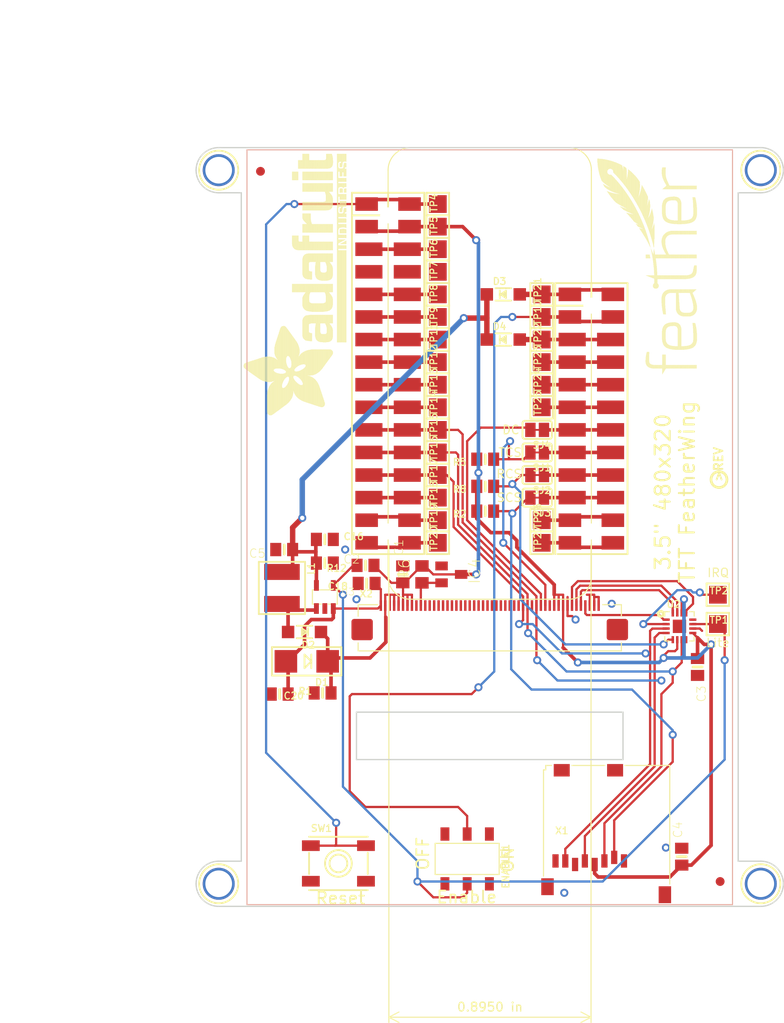
<source format=kicad_pcb>
(kicad_pcb (version 20171130) (host pcbnew 5.1.2-f72e74a~84~ubuntu18.04.1)
  (layers (0 Top signal) (1 Route2 signal) (2 Route3 signal) (3 Route4 signal) (4 Route5 signal) (5 Route6 signal) (6 Route7 signal) (7 Route8 signal) (8 Route9 signal) (9 Route10 signal) (10 Route11 signal) (11 Route12 signal) (12 Route13 signal) (13 Route14 signal) (14 Route15 signal) (31 Bottom signal) (34 B.Paste user) (35 F.Paste user) (36 B.SilkS user) (37 F.SilkS user) (38 B.Mask user) (39 F.Mask user) (44 Edge.Cuts user))
  (net 0 "")
  (net 1 GND)
  (net 2 +5V)
  (net 3 +24V)
  (net 4 3.3V)
  (net 5 "Net-(X1-Pad1)")
  (net 6 /SD_CS)
  (net 7 /MOSI)
  (net 8 /SCLK)
  (net 9 /MISO)
  (net 10 "Net-(X1-Pad8)")
  (net 11 /CARDDET)
  (net 12 "Net-(X1-PadCD1)")
  (net 13 /~TFT_RST)
  (net 14 /YU)
  (net 15 /XL)
  (net 16 /YD)
  (net 17 /XR)
  (net 18 "Net-(X2-Pad39)")
  (net 19 /TFT_CS)
  (net 20 /TFT_DC)
  (net 21 "Net-(X2-Pad35)")
  (net 22 "Net-(X2-Pad32)")
  (net 23 "Net-(X2-Pad31)")
  (net 24 "Net-(X2-Pad30)")
  (net 25 "Net-(X2-Pad29)")
  (net 26 "Net-(X2-Pad28)")
  (net 27 "Net-(X2-Pad27)")
  (net 28 "Net-(X2-Pad26)")
  (net 29 "Net-(X2-Pad25)")
  (net 30 "Net-(X2-Pad24)")
  (net 31 "Net-(X2-Pad23)")
  (net 32 "Net-(X2-Pad22)")
  (net 33 "Net-(X2-Pad21)")
  (net 34 "Net-(X2-Pad20)")
  (net 35 "Net-(X2-Pad19)")
  (net 36 "Net-(X2-Pad18)")
  (net 37 "Net-(X2-Pad17)")
  (net 38 "Net-(X2-Pad16)")
  (net 39 "Net-(X2-Pad15)")
  (net 40 "Net-(X2-Pad14)")
  (net 41 "Net-(X2-Pad13)")
  (net 42 "Net-(X2-Pad12)")
  (net 43 "Net-(X2-Pad11)")
  (net 44 /LEDK)
  (net 45 /LCD_LITE)
  (net 46 "Net-(D2-PadA)")
  (net 47 "Net-(U2-Pad12)")
  (net 48 "Net-(U2-Pad8)")
  (net 49 /RT_CS)
  (net 50 /RT_INT)
  (net 51 "Net-(MS2-Pad17')")
  (net 52 "Net-(MS2-Pad18')")
  (net 53 "Net-(MS2-Pad19')")
  (net 54 "Net-(MS2-Pad20')")
  (net 55 "Net-(MS2-Pad21')")
  (net 56 "Net-(MS2-Pad22')")
  (net 57 "Net-(MS2-Pad23')")
  (net 58 "Net-(MS2-Pad24')")
  (net 59 "Net-(MS2-Pad25')")
  (net 60 "Net-(D4-PadA)")
  (net 61 /EN)
  (net 62 "Net-(D3-PadA)")
  (net 63 "Net-(MS2-Pad16')")
  (net 64 "Net-(MS2-Pad15')")
  (net 65 "Net-(MS2-Pad14')")
  (net 66 "Net-(MS2-Pad10')")
  (net 67 "Net-(MS2-Pad9')")
  (net 68 "Net-(MS2-Pad8')")
  (net 69 "Net-(MS2-Pad7')")
  (net 70 "Net-(MS2-Pad6')")
  (net 71 "Net-(MS2-Pad5')")
  (net 72 "Net-(MS2-Pad3')")
  (net 73 "Net-(MS2-Pad1')")
  (net 74 "Net-(ENABLE1-PadO2)")
  (net 75 "Net-(ENABLE1-PadO1)")
  (module "Adafruit 3.5in 480x320 FeatherWing:FIDUCIAL_1MM" (layer Top) (at 174.4091 144.8816)
    (fp_text reference U$9 hide)
    (fp_text value FIDUCIAL_1MM hide)
    (pad 1 smd roundrect (at 0 0) (size 1 1) (layers Top F.Mask) (roundrect_rratio 0.5))
  )
  (module "Adafruit 3.5in 480x320 FeatherWing:0805-NO" (layer Top) (at 171.8691 120.7516 270)
    (fp_text reference C3 (at 2.032 0.127 90) (layer F.SilkS) (effects (font (size 0.9652 0.9652) (thickness 0.077216)) (justify right top)))
    (fp_text value 10uF)
    (pad 2 smd rect (at 0.95 0 270) (size 1.24 1.5) (layers Top F.Paste F.Mask) (net 1 GND))
    (pad 1 smd rect (at -0.95 0 270) (size 1.24 1.5) (layers Top F.Paste F.Mask) (net 4 3.3V))
  )
  (module "Adafruit 3.5in 480x320 FeatherWing:0805-NO" (layer Top) (at 170.0911 142.0876 90)
    (fp_text reference C4 (at 2.032 0.127 90) (layer F.SilkS) (effects (font (size 0.9652 0.9652) (thickness 0.077216)) (justify left bottom)))
    (fp_text value 10uF)
    (pad 2 smd rect (at 0.95 0 90) (size 1.24 1.5) (layers Top F.Paste F.Mask) (net 1 GND))
    (pad 1 smd rect (at -0.95 0 90) (size 1.24 1.5) (layers Top F.Paste F.Mask) (net 4 3.3V))
  )
  (module "Adafruit 3.5in 480x320 FeatherWing:0805-NO" (layer Top) (at 138.7221 110.3376 90)
    (fp_text reference C1 (at 2.032 0.127 90) (layer F.SilkS) (effects (font (size 0.9652 0.9652) (thickness 0.077216)) (justify left bottom)))
    (fp_text value 1uF)
    (pad 2 smd rect (at 0.95 0 90) (size 1.24 1.5) (layers Top F.Paste F.Mask) (net 1 GND))
    (pad 1 smd rect (at -0.95 0 90) (size 1.24 1.5) (layers Top F.Paste F.Mask) (net 4 3.3V))
  )
  (module "Adafruit 3.5in 480x320 FeatherWing:0805-NO" (layer Top) (at 125.3871 107.5436 180)
    (fp_text reference C5 (at 2.032 0.127) (layer F.SilkS) (effects (font (size 0.9652 0.9652) (thickness 0.077216)) (justify right top)))
    (fp_text value 10uF)
    (pad 2 smd rect (at 0.95 0 180) (size 1.24 1.5) (layers Top F.Paste F.Mask) (net 1 GND))
    (pad 1 smd rect (at -0.95 0 180) (size 1.24 1.5) (layers Top F.Paste F.Mask) (net 2 +5V))
  )
  (module "Adafruit 3.5in 480x320 FeatherWing:MOUNTINGHOLE_3.0_PLATEDTHIN" (layer Top) (at 118.0211 145.1356)
    (fp_text reference U$7 hide)
    (fp_text value MOUNTINGHOLE3.0THIN hide)
    (pad P$1 thru_hole circle (at 0 0) (size 3.6 3.6) (drill 3) (layers *.Cu *.Mask))
  )
  (module "Adafruit 3.5in 480x320 FeatherWing:MOUNTINGHOLE_3.0_PLATEDTHIN" (layer Top) (at 178.9811 145.1356)
    (fp_text reference U$15 hide)
    (fp_text value MOUNTINGHOLE3.0THIN hide)
    (pad P$1 thru_hole circle (at 0 0) (size 3.6 3.6) (drill 3) (layers *.Cu *.Mask))
  )
  (module "Adafruit 3.5in 480x320 FeatherWing:MOUNTINGHOLE_3.0_PLATEDTHIN" (layer Top) (at 118.0211 64.8716)
    (fp_text reference U$16 hide)
    (fp_text value MOUNTINGHOLE3.0THIN hide)
    (pad P$1 thru_hole circle (at 0 0) (size 3.6 3.6) (drill 3) (layers *.Cu *.Mask))
  )
  (module "Adafruit 3.5in 480x320 FeatherWing:MOUNTINGHOLE_3.0_PLATEDTHIN" (layer Top) (at 178.9811 64.8716)
    (fp_text reference U$17 hide)
    (fp_text value MOUNTINGHOLE3.0THIN hide)
    (pad P$1 thru_hole circle (at 0 0) (size 3.6 3.6) (drill 3) (layers *.Cu *.Mask))
  )
  (module "Adafruit 3.5in 480x320 FeatherWing:MICROSD" (layer Top) (at 154.5971 131.9276)
    (fp_text reference X1 (at 1.18 7.69) (layer F.SilkS) (effects (font (size 0.77216 0.77216) (thickness 0.138988)) (justify left bottom)))
    (fp_text value MicroSD)
    (pad 1 smd rect (at 9 10.64) (size 0.7 1.5) (layers Top F.Paste F.Mask) (net 5 "Net-(X1-Pad1)"))
    (pad 2 smd rect (at 7.9 10.24) (size 0.7 1.5) (layers Top F.Paste F.Mask) (net 6 /SD_CS))
    (pad 3 smd rect (at 6.8 10.64) (size 0.7 1.5) (layers Top F.Paste F.Mask) (net 7 /MOSI))
    (pad 4 smd rect (at 5.7 11.04) (size 0.7 1.5) (layers Top F.Paste F.Mask) (net 4 3.3V))
    (pad 5 smd rect (at 4.6 10.64) (size 0.7 1.5) (layers Top F.Paste F.Mask) (net 8 /SCLK))
    (pad 6 smd rect (at 3.5 11.04) (size 0.7 1.5) (layers Top F.Paste F.Mask) (net 1 GND))
    (pad 7 smd rect (at 2.4 10.64) (size 0.7 1.5) (layers Top F.Paste F.Mask) (net 9 /MISO))
    (pad 8 smd rect (at 1.3 10.64) (size 0.7 1.5) (layers Top F.Paste F.Mask) (net 10 "Net-(X1-Pad8)"))
    (pad CD2 smd rect (at 8 0.44 90) (size 1.4 1.8) (layers Top F.Paste F.Mask) (net 11 /CARDDET))
    (pad CD1 smd rect (at 2 0.44 90) (size 1.4 1.8) (layers Top F.Paste F.Mask) (net 12 "Net-(X1-PadCD1)"))
    (pad MT2 smd rect (at 13.6 14.44) (size 1.4 1.9) (layers Top F.Paste F.Mask) (net 1 GND))
    (pad MT1 smd rect (at 0.4 13.54) (size 1.4 1.9) (layers Top F.Paste F.Mask) (net 1 GND))
  )
  (module "Adafruit 3.5in 480x320 FeatherWing:0805-NO" (layer Top) (at 129.9591 109.0676)
    (fp_text reference C2 (at 2.032 0.127) (layer F.SilkS) (effects (font (size 0.9652 0.9652) (thickness 0.077216)) (justify left bottom)))
    (fp_text value 10uF)
    (pad 2 smd rect (at 0.95 0) (size 1.24 1.5) (layers Top F.Paste F.Mask) (net 1 GND))
    (pad 1 smd rect (at -0.95 0) (size 1.24 1.5) (layers Top F.Paste F.Mask) (net 2 +5V))
  )
  (module "Adafruit 3.5in 480x320 FeatherWing:SOT23" (layer Top) (at 144.1831 110.3376 270)
    (fp_text reference IC4 (at -1.905 -1.905 90) (layer F.SilkS) (effects (font (size 1.2065 1.2065) (thickness 0.09652)) (justify right top)))
    (fp_text value APX803-SAG)
    (pad 1 smd rect (at -0.95 1.1 270) (size 1 1.4) (layers Top F.Paste F.Mask) (net 1 GND))
    (pad 2 smd rect (at 0.95 1.1 270) (size 1 1.4) (layers Top F.Paste F.Mask) (net 13 /~TFT_RST))
    (pad 3 smd rect (at 0 -1.1 270) (size 1 1.4) (layers Top F.Paste F.Mask) (net 4 3.3V))
  )
  (module "Adafruit 3.5in 480x320 FeatherWing:R0805" (layer Top) (at 140.8811 110.3376 90)
    (fp_text reference R6 (at -0.635 -1.27 90) (layer F.SilkS) (effects (font (size 1.2065 1.2065) (thickness 0.09652)) (justify left bottom)))
    (fp_text value 10K)
    (pad 2 smd rect (at 0.95 0 90) (size 1.3 1.5) (layers Top F.Paste F.Mask) (net 4 3.3V))
    (pad 1 smd rect (at -0.95 0 90) (size 1.3 1.5) (layers Top F.Paste F.Mask) (net 13 /~TFT_RST))
  )
  (module "Adafruit 3.5in 480x320 FeatherWing:FIDUCIAL_1MM" (layer Top) (at 122.7201 64.9986)
    (fp_text reference U$23 hide)
    (fp_text value FIDUCIAL_1MM hide)
    (pad 1 smd roundrect (at 0 0) (size 1 1) (layers Top F.Mask) (roundrect_rratio 0.5))
  )
  (module "Adafruit 3.5in 480x320 FeatherWing:TFT_3.5IN_320X480_50PIN" (layer Bottom) (at 148.5011 110.0836 180)
    (fp_text reference X2 (at 14.726 -2.883) (layer F.SilkS) (effects (font (size 0.77216 0.77216) (thickness 0.138988)) (justify left bottom)))
    (fp_text value "3.5\" TFT")
    (pad PAD2 smd roundrect (at -14.35 -6.46) (size 2.4 2.4) (layers Top F.Paste F.Mask) (roundrect_rratio 0.125))
    (pad PAD1 smd roundrect (at 14.35 -6.46) (size 2.4 2.4) (layers Top F.Paste F.Mask) (roundrect_rratio 0.125))
    (pad 50 smd rect (at -12.25 -3.76) (size 0.275 1.2) (layers Top F.Paste F.Mask) (net 1 GND))
    (pad 49 smd rect (at -11.75 -3.76) (size 0.275 1.2) (layers Top F.Paste F.Mask) (net 1 GND))
    (pad 48 smd rect (at -11.25 -3.76) (size 0.275 1.2) (layers Top F.Paste F.Mask) (net 1 GND))
    (pad 47 smd rect (at -10.75 -3.76) (size 0.275 1.2) (layers Top F.Paste F.Mask) (net 14 /YU))
    (pad 46 smd rect (at -10.25 -3.76) (size 0.275 1.2) (layers Top F.Paste F.Mask) (net 15 /XL))
    (pad 45 smd rect (at -9.75 -3.76) (size 0.275 1.2) (layers Top F.Paste F.Mask) (net 16 /YD))
    (pad 44 smd rect (at -9.25 -3.76) (size 0.275 1.2) (layers Top F.Paste F.Mask) (net 17 /XR))
    (pad 43 smd rect (at -8.75 -3.76) (size 0.275 1.2) (layers Top F.Paste F.Mask) (net 1 GND))
    (pad 42 smd rect (at -8.25 -3.76) (size 0.275 1.2) (layers Top F.Paste F.Mask) (net 4 3.3V))
    (pad 41 smd rect (at -7.75 -3.76) (size 0.275 1.2) (layers Top F.Paste F.Mask) (net 4 3.3V))
    (pad 40 smd rect (at -7.25 -3.76) (size 0.275 1.2) (layers Top F.Paste F.Mask) (net 4 3.3V))
    (pad 39 smd rect (at -6.75 -3.76) (size 0.275 1.2) (layers Top F.Paste F.Mask) (net 18 "Net-(X2-Pad39)"))
    (pad 38 smd rect (at -6.25 -3.76) (size 0.275 1.2) (layers Top F.Paste F.Mask) (net 19 /TFT_CS))
    (pad 37 smd rect (at -5.75 -3.76) (size 0.275 1.2) (layers Top F.Paste F.Mask) (net 20 /TFT_DC))
    (pad 36 smd rect (at -5.25 -3.76) (size 0.275 1.2) (layers Top F.Paste F.Mask) (net 8 /SCLK))
    (pad 35 smd rect (at -4.75 -3.76) (size 0.275 1.2) (layers Top F.Paste F.Mask) (net 21 "Net-(X2-Pad35)"))
    (pad 34 smd rect (at -4.25 -3.76) (size 0.275 1.2) (layers Top F.Paste F.Mask) (net 7 /MOSI))
    (pad 33 smd rect (at -3.75 -3.76) (size 0.275 1.2) (layers Top F.Paste F.Mask) (net 9 /MISO))
    (pad 32 smd rect (at -3.25 -3.76) (size 0.275 1.2) (layers Top F.Paste F.Mask) (net 22 "Net-(X2-Pad32)"))
    (pad 31 smd rect (at -2.75 -3.76) (size 0.275 1.2) (layers Top F.Paste F.Mask) (net 23 "Net-(X2-Pad31)"))
    (pad 30 smd rect (at -2.25 -3.76) (size 0.275 1.2) (layers Top F.Paste F.Mask) (net 24 "Net-(X2-Pad30)"))
    (pad 29 smd rect (at -1.75 -3.76) (size 0.275 1.2) (layers Top F.Paste F.Mask) (net 25 "Net-(X2-Pad29)"))
    (pad 28 smd rect (at -1.25 -3.76) (size 0.275 1.2) (layers Top F.Paste F.Mask) (net 26 "Net-(X2-Pad28)"))
    (pad 27 smd rect (at -0.75 -3.76) (size 0.275 1.2) (layers Top F.Paste F.Mask) (net 27 "Net-(X2-Pad27)"))
    (pad 26 smd rect (at -0.25 -3.76) (size 0.275 1.2) (layers Top F.Paste F.Mask) (net 28 "Net-(X2-Pad26)"))
    (pad 25 smd rect (at 0.25 -3.76) (size 0.275 1.2) (layers Top F.Paste F.Mask) (net 29 "Net-(X2-Pad25)"))
    (pad 24 smd rect (at 0.75 -3.76) (size 0.275 1.2) (layers Top F.Paste F.Mask) (net 30 "Net-(X2-Pad24)"))
    (pad 23 smd rect (at 1.25 -3.76) (size 0.275 1.2) (layers Top F.Paste F.Mask) (net 31 "Net-(X2-Pad23)"))
    (pad 22 smd rect (at 1.75 -3.76) (size 0.275 1.2) (layers Top F.Paste F.Mask) (net 32 "Net-(X2-Pad22)"))
    (pad 21 smd rect (at 2.25 -3.76) (size 0.275 1.2) (layers Top F.Paste F.Mask) (net 33 "Net-(X2-Pad21)"))
    (pad 20 smd rect (at 2.75 -3.76) (size 0.275 1.2) (layers Top F.Paste F.Mask) (net 34 "Net-(X2-Pad20)"))
    (pad 19 smd rect (at 3.25 -3.76) (size 0.275 1.2) (layers Top F.Paste F.Mask) (net 35 "Net-(X2-Pad19)"))
    (pad 18 smd rect (at 3.75 -3.76) (size 0.275 1.2) (layers Top F.Paste F.Mask) (net 36 "Net-(X2-Pad18)"))
    (pad 17 smd rect (at 4.25 -3.76) (size 0.275 1.2) (layers Top F.Paste F.Mask) (net 37 "Net-(X2-Pad17)"))
    (pad 16 smd rect (at 4.75 -3.76) (size 0.275 1.2) (layers Top F.Paste F.Mask) (net 38 "Net-(X2-Pad16)"))
    (pad 15 smd rect (at 5.25 -3.76) (size 0.275 1.2) (layers Top F.Paste F.Mask) (net 39 "Net-(X2-Pad15)"))
    (pad 14 smd rect (at 5.75 -3.76) (size 0.275 1.2) (layers Top F.Paste F.Mask) (net 40 "Net-(X2-Pad14)"))
    (pad 13 smd rect (at 6.25 -3.76) (size 0.275 1.2) (layers Top F.Paste F.Mask) (net 41 "Net-(X2-Pad13)"))
    (pad 12 smd rect (at 6.75 -3.76) (size 0.275 1.2) (layers Top F.Paste F.Mask) (net 42 "Net-(X2-Pad12)"))
    (pad 11 smd rect (at 7.25 -3.76) (size 0.275 1.2) (layers Top F.Paste F.Mask) (net 43 "Net-(X2-Pad11)"))
    (pad 10 smd rect (at 7.75 -3.76) (size 0.275 1.2) (layers Top F.Paste F.Mask) (net 13 /~TFT_RST))
    (pad 9 smd rect (at 8.25 -3.76) (size 0.275 1.2) (layers Top F.Paste F.Mask))
    (pad 8 smd rect (at 8.75 -3.76) (size 0.275 1.2) (layers Top F.Paste F.Mask) (net 4 3.3V))
    (pad 7 smd rect (at 9.25 -3.76) (size 0.275 1.2) (layers Top F.Paste F.Mask) (net 4 3.3V))
    (pad 6 smd rect (at 9.75 -3.76) (size 0.275 1.2) (layers Top F.Paste F.Mask) (net 4 3.3V))
    (pad 5 smd rect (at 10.25 -3.76) (size 0.275 1.2) (layers Top F.Paste F.Mask) (net 3 +24V))
    (pad 4 smd rect (at 10.75 -3.76) (size 0.275 1.2) (layers Top F.Paste F.Mask) (net 3 +24V))
    (pad 3 smd rect (at 11.25 -3.76) (size 0.275 1.2) (layers Top F.Paste F.Mask) (net 3 +24V))
    (pad 2 smd rect (at 11.75 -3.76) (size 0.275 1.2) (layers Top F.Paste F.Mask) (net 3 +24V))
    (pad 1 smd rect (at 12.25 -3.76) (size 0.275 1.2) (layers Top F.Paste F.Mask) (net 44 /LEDK))
  )
  (module "Adafruit 3.5in 480x320 FeatherWing:SOT23-5@1" (layer Top) (at 129.9591 112.8776)
    (fp_text reference U3 (at 1.778 -0.127) (layer F.SilkS) (effects (font (size 0.77216 0.77216) (thickness 0.061772)) (justify left bottom)))
    (fp_text value FAN5333BSX)
    (pad 5 smd rect (at -0.95 -1.3001) (size 0.55 1.2) (layers Top F.Paste F.Mask) (net 2 +5V))
    (pad 4 smd rect (at 0.95 -1.3001) (size 0.55 1.2) (layers Top F.Paste F.Mask) (net 45 /LCD_LITE))
    (pad 3 smd rect (at 0.95 1.3001) (size 0.55 1.2) (layers Top F.Paste F.Mask) (net 44 /LEDK))
    (pad 2 smd rect (at 0 1.3001) (size 0.55 1.2) (layers Top F.Paste F.Mask) (net 1 GND))
    (pad 1 smd rect (at -0.95 1.3001) (size 0.55 1.2) (layers Top F.Paste F.Mask) (net 46 "Net-(D2-PadA)"))
  )
  (module "Adafruit 3.5in 480x320 FeatherWing:0805-NO" (layer Top) (at 129.9591 106.4006)
    (fp_text reference C16 (at 2.032 0.127) (layer F.SilkS) (effects (font (size 0.77216 0.77216) (thickness 0.138988)) (justify left bottom)))
    (fp_text value 1uF)
    (pad 2 smd rect (at 0.95 0) (size 1.24 1.5) (layers Top F.Paste F.Mask) (net 1 GND))
    (pad 1 smd rect (at -0.95 0) (size 1.24 1.5) (layers Top F.Paste F.Mask) (net 2 +5V))
  )
  (module "Adafruit 3.5in 480x320 FeatherWing:INDUCTOR_5X5MM_NR5040_NOTHERMALS" (layer Top) (at 125.1331 111.8616 270)
    (fp_text reference L1 (at -2.946 -2.846 90) (layer F.SilkS) (effects (font (size 0.77216 0.77216) (thickness 0.138988)) (justify right top)))
    (fp_text value 15uH)
    (pad P$2 smd rect (at 1.8 0 270) (size 1.8 4) (layers Top F.Paste F.Mask) (net 46 "Net-(D2-PadA)"))
    (pad P$1 smd rect (at -1.8 0 270) (size 1.8 4) (layers Top F.Paste F.Mask) (net 2 +5V))
  )
  (module "Adafruit 3.5in 480x320 FeatherWing:SOD-123" (layer Top) (at 127.6731 116.8146 180)
    (fp_text reference D2 (at -1.27 -1.016) (layer F.SilkS) (effects (font (size 0.77216 0.77216) (thickness 0.138988)) (justify right top)))
    (fp_text value MBR0540)
    (pad A smd rect (at 1.85 0 270) (size 1.4 1.4) (layers Top F.Paste F.Mask) (net 46 "Net-(D2-PadA)"))
    (pad C smd rect (at -1.85 0 270) (size 1.4 1.4) (layers Top F.Paste F.Mask) (net 3 +24V))
  )
  (module "Adafruit 3.5in 480x320 FeatherWing:0805-NO" (layer Top) (at 124.8791 123.7996)
    (fp_text reference R1 (at 2.032 0.127) (layer F.SilkS) (effects (font (size 0.77216 0.77216) (thickness 0.138988)) (justify left bottom)))
    (fp_text value 12Ω)
    (pad 2 smd rect (at 0.95 0) (size 1.24 1.5) (layers Top F.Paste F.Mask) (net 44 /LEDK))
    (pad 1 smd rect (at -0.95 0) (size 1.24 1.5) (layers Top F.Paste F.Mask) (net 1 GND))
  )
  (module "Adafruit 3.5in 480x320 FeatherWing:0805-NO" (layer Top) (at 134.6581 111.3536 180)
    (fp_text reference C18 (at 2.032 0.127) (layer F.SilkS) (effects (font (size 0.77216 0.77216) (thickness 0.138988)) (justify right top)))
    (fp_text value 0.1uF)
    (pad 2 smd rect (at 0.95 0 180) (size 1.24 1.5) (layers Top F.Paste F.Mask) (net 1 GND))
    (pad 1 smd rect (at -0.95 0 180) (size 1.24 1.5) (layers Top F.Paste F.Mask) (net 44 /LEDK))
  )
  (module "Adafruit 3.5in 480x320 FeatherWing:SMADIODE" (layer Top) (at 127.9271 120.1166 180)
    (fp_text reference D1 (at -2.54 -1.905) (layer F.SilkS) (effects (font (size 0.77216 0.77216) (thickness 0.138988)) (justify right top)))
    (fp_text value MM3Z24VT1G)
    (pad A smd rect (at 2.3495 0) (size 2.54 2.54) (layers Top F.Paste F.Mask) (net 44 /LEDK))
    (pad C smd rect (at -2.3495 0 180) (size 2.54 2.54) (layers Top F.Paste F.Mask) (net 3 +24V))
  )
  (module "Adafruit 3.5in 480x320 FeatherWing:0805-NO" (layer Top) (at 129.7051 123.6726 180)
    (fp_text reference C20 (at 2.032 0.127) (layer F.SilkS) (effects (font (size 0.77216 0.77216) (thickness 0.138988)) (justify right top)))
    (fp_text value 1uF)
    (pad 2 smd rect (at 0.95 0 180) (size 1.24 1.5) (layers Top F.Paste F.Mask) (net 1 GND))
    (pad 1 smd rect (at -0.95 0 180) (size 1.24 1.5) (layers Top F.Paste F.Mask) (net 3 +24V))
  )
  (module "Adafruit 3.5in 480x320 FeatherWing:QFN16_3MM" (layer Top) (at 169.8371 116.1796)
    (fp_text reference U2 (at -1.524 -2.032) (layer F.SilkS) (effects (font (size 0.77216 0.77216) (thickness 0.138988)) (justify left bottom)))
    (fp_text value STMPE811)
    (pad 16 smd rect (at -0.75 -1.5 270) (size 0.8 0.28) (layers Top F.Paste F.Mask) (net 15 /XL))
    (pad 15 smd rect (at -0.25 -1.5 270) (size 0.8 0.28) (layers Top F.Paste F.Mask) (net 16 /YD))
    (pad 14 smd rect (at 0.25 -1.5 270) (size 0.8 0.28) (layers Top F.Paste F.Mask) (net 4 3.3V))
    (pad 13 smd rect (at 0.75 -1.5 270) (size 0.8 0.28) (layers Top F.Paste F.Mask) (net 17 /XR))
    (pad 12 smd rect (at 1.5 -0.75 180) (size 0.8 0.28) (layers Top F.Paste F.Mask) (net 47 "Net-(U2-Pad12)"))
    (pad 11 smd rect (at 1.5 -0.25 180) (size 0.8 0.28) (layers Top F.Paste F.Mask) (net 45 /LCD_LITE))
    (pad 10 smd rect (at 1.5 0.25 180) (size 0.8 0.28) (layers Top F.Paste F.Mask) (net 1 GND))
    (pad 9 smd rect (at 1.5 0.75 180) (size 0.8 0.28) (layers Top F.Paste F.Mask) (net 4 3.3V))
    (pad 8 smd rect (at 0.75 1.5 90) (size 0.8 0.28) (layers Top F.Paste F.Mask) (net 48 "Net-(U2-Pad8)"))
    (pad 7 smd rect (at 0.25 1.5 90) (size 0.8 0.28) (layers Top F.Paste F.Mask) (net 7 /MOSI))
    (pad 6 smd rect (at -0.25 1.5 90) (size 0.8 0.28) (layers Top F.Paste F.Mask) (net 4 3.3V))
    (pad 5 smd rect (at -0.75 1.5 90) (size 0.8 0.28) (layers Top F.Paste F.Mask) (net 49 /RT_CS))
    (pad 4 smd rect (at -1.5 0.75) (size 0.8 0.28) (layers Top F.Paste F.Mask) (net 8 /SCLK))
    (pad 3 smd rect (at -1.5 0.25) (size 0.8 0.28) (layers Top F.Paste F.Mask) (net 9 /MISO))
    (pad 2 smd rect (at -1.5 -0.25) (size 0.8 0.28) (layers Top F.Paste F.Mask) (net 50 /RT_INT))
    (pad 1 smd rect (at -1.5 -0.75) (size 0.8 0.28) (layers Top F.Paste F.Mask) (net 14 /YU))
    (pad THERMAL smd rect (at 0 0) (size 1.5 1.5) (layers Top F.Mask))
  )
  (module "Adafruit 3.5in 480x320 FeatherWing:0805-NO" (layer Top) (at 134.5311 109.3216 180)
    (fp_text reference R12 (at 2.032 0.127) (layer F.SilkS) (effects (font (size 0.77216 0.77216) (thickness 0.138988)) (justify right top)))
    (fp_text value 10K)
    (pad 2 smd rect (at 0.95 0 180) (size 1.24 1.5) (layers Top F.Paste F.Mask) (net 45 /LCD_LITE))
    (pad 1 smd rect (at -0.95 0 180) (size 1.24 1.5) (layers Top F.Paste F.Mask) (net 4 3.3V))
  )
  (module "Adafruit 3.5in 480x320 FeatherWing:TESTPOINT_PAD_2MM" (layer Top) (at 174.1551 115.9256)
    (fp_text reference TP1 (at -1.016 0) (layer F.SilkS) (effects (font (size 0.77216 0.77216) (thickness 0.138988)) (justify left bottom)))
    (fp_text value TESTPOINTPAD2MM)
    (pad P$1 smd rect (at 0 0) (size 2 2) (layers Top F.Mask) (net 45 /LCD_LITE))
  )
  (module "Adafruit 3.5in 480x320 FeatherWing:TESTPOINT_PAD_2MM" (layer Top) (at 174.1551 112.6236)
    (fp_text reference TP2 (at -1.016 0) (layer F.SilkS) (effects (font (size 0.77216 0.77216) (thickness 0.138988)) (justify left bottom)))
    (fp_text value TESTPOINTPAD2MM)
    (pad P$1 smd rect (at 0 0) (size 2 2) (layers Top F.Mask) (net 50 /RT_INT))
  )
  (module "Adafruit 3.5in 480x320 FeatherWing:FEATHERWING_SMT2" (layer Top) (at 137.0711 62.3316 270)
    (fp_text reference MS2 hide)
    (fp_text value FEATHERWING_SMTDUAL hide)
    (pad "" np_thru_hole circle (at 43.18 0 270) (size 1.8 1.8) (drill 1.8) (layers *.Cu *.Mask))
    (pad "" np_thru_hole circle (at 7.62 0 270) (size 1.8 1.8) (drill 1.8) (layers *.Cu *.Mask))
    (pad "" np_thru_hole circle (at 43.18 -22.86 270) (size 1.8 1.8) (drill 1.8) (layers *.Cu *.Mask))
    (pad "" np_thru_hole circle (at 17.78 -22.86 270) (size 1.8 1.8) (drill 1.8) (layers *.Cu *.Mask))
    (pad 17' smd rect (at 44.45 -25.273 180) (size 2.54 1.524) (layers Top F.Paste F.Mask) (net 51 "Net-(MS2-Pad17')"))
    (pad 17 smd rect (at 44.45 -20.447) (size 2.54 1.524) (layers Top F.Paste F.Mask) (net 51 "Net-(MS2-Pad17')"))
    (pad 18' smd rect (at 41.91 -25.273 180) (size 2.54 1.524) (layers Top F.Paste F.Mask) (net 52 "Net-(MS2-Pad18')"))
    (pad 18 smd rect (at 41.91 -20.447) (size 2.54 1.524) (layers Top F.Paste F.Mask) (net 52 "Net-(MS2-Pad18')"))
    (pad 19' smd rect (at 39.37 -25.019 180) (size 3.048 1.524) (layers Top F.Paste F.Mask) (net 53 "Net-(MS2-Pad19')"))
    (pad 19 smd rect (at 39.37 -20.701) (size 3.048 1.524) (layers Top F.Paste F.Mask) (net 53 "Net-(MS2-Pad19')"))
    (pad 20' smd rect (at 36.83 -25.019 180) (size 3.048 1.524) (layers Top F.Paste F.Mask) (net 54 "Net-(MS2-Pad20')"))
    (pad 20 smd rect (at 36.83 -20.701) (size 3.048 1.524) (layers Top F.Paste F.Mask) (net 54 "Net-(MS2-Pad20')"))
    (pad 21' smd rect (at 34.29 -25.019 180) (size 3.048 1.524) (layers Top F.Paste F.Mask) (net 55 "Net-(MS2-Pad21')"))
    (pad 21 smd rect (at 34.29 -20.701) (size 3.048 1.524) (layers Top F.Paste F.Mask) (net 55 "Net-(MS2-Pad21')"))
    (pad 22' smd rect (at 31.75 -25.019 180) (size 3.048 1.524) (layers Top F.Paste F.Mask) (net 56 "Net-(MS2-Pad22')"))
    (pad 22 smd rect (at 31.75 -20.701) (size 3.048 1.524) (layers Top F.Paste F.Mask) (net 56 "Net-(MS2-Pad22')"))
    (pad 23' smd rect (at 29.21 -25.019 180) (size 3.048 1.524) (layers Top F.Paste F.Mask) (net 57 "Net-(MS2-Pad23')"))
    (pad 23 smd rect (at 29.21 -20.701) (size 3.048 1.524) (layers Top F.Paste F.Mask) (net 57 "Net-(MS2-Pad23')"))
    (pad 24' smd rect (at 26.67 -25.019 180) (size 3.048 1.524) (layers Top F.Paste F.Mask) (net 58 "Net-(MS2-Pad24')"))
    (pad 24 smd rect (at 26.67 -20.701) (size 3.048 1.524) (layers Top F.Paste F.Mask) (net 58 "Net-(MS2-Pad24')"))
    (pad 25' smd rect (at 24.13 -25.019 180) (size 3.048 1.524) (layers Top F.Paste F.Mask) (net 59 "Net-(MS2-Pad25')"))
    (pad 25 smd rect (at 24.13 -20.701) (size 3.048 1.524) (layers Top F.Paste F.Mask) (net 59 "Net-(MS2-Pad25')"))
    (pad 26' smd rect (at 21.59 -25.019 180) (size 3.048 1.524) (layers Top F.Paste F.Mask) (net 60 "Net-(D4-PadA)"))
    (pad 26 smd rect (at 21.59 -20.701) (size 3.048 1.524) (layers Top F.Paste F.Mask) (net 60 "Net-(D4-PadA)"))
    (pad 27 smd rect (at 19.05 -20.447) (size 2.54 1.524) (layers Top F.Paste F.Mask) (net 61 /EN))
    (pad 27' smd rect (at 19.05 -25.273 180) (size 2.54 1.524) (layers Top F.Paste F.Mask) (net 61 /EN))
    (pad 28 smd rect (at 16.51 -20.447) (size 2.54 1.524) (layers Top F.Paste F.Mask) (net 62 "Net-(D3-PadA)"))
    (pad 28' smd rect (at 16.51 -25.273) (size 2.54 1.524) (layers Top F.Paste F.Mask) (net 62 "Net-(D3-PadA)"))
    (pad 16 smd rect (at 44.45 -2.413 180) (size 2.54 1.524) (layers Top F.Paste F.Mask) (net 63 "Net-(MS2-Pad16')"))
    (pad 16' smd rect (at 44.45 2.413) (size 2.54 1.524) (layers Top F.Paste F.Mask) (net 63 "Net-(MS2-Pad16')"))
    (pad 15 smd rect (at 41.91 -2.413 180) (size 2.54 1.524) (layers Top F.Paste F.Mask) (net 64 "Net-(MS2-Pad15')"))
    (pad 15' smd rect (at 41.91 2.413) (size 2.54 1.524) (layers Top F.Paste F.Mask) (net 64 "Net-(MS2-Pad15')"))
    (pad 14 smd rect (at 39.37 -2.159 180) (size 3.048 1.524) (layers Top F.Paste F.Mask) (net 65 "Net-(MS2-Pad14')"))
    (pad 14' smd rect (at 39.37 2.159) (size 3.048 1.524) (layers Top F.Paste F.Mask) (net 65 "Net-(MS2-Pad14')"))
    (pad 13 smd rect (at 36.83 -2.159 180) (size 3.048 1.524) (layers Top F.Paste F.Mask) (net 9 /MISO))
    (pad 13' smd rect (at 36.83 2.159) (size 3.048 1.524) (layers Top F.Paste F.Mask) (net 9 /MISO))
    (pad 12 smd rect (at 34.29 -2.159 180) (size 3.048 1.524) (layers Top F.Paste F.Mask) (net 7 /MOSI))
    (pad 12' smd rect (at 34.29 2.159) (size 3.048 1.524) (layers Top F.Paste F.Mask) (net 7 /MOSI))
    (pad 11 smd rect (at 31.75 -2.159 180) (size 3.048 1.524) (layers Top F.Paste F.Mask) (net 8 /SCLK))
    (pad 11' smd rect (at 31.75 2.159) (size 3.048 1.524) (layers Top F.Paste F.Mask) (net 8 /SCLK))
    (pad 10 smd rect (at 29.21 -2.159 180) (size 3.048 1.524) (layers Top F.Paste F.Mask) (net 66 "Net-(MS2-Pad10')"))
    (pad 10' smd rect (at 29.21 2.159) (size 3.048 1.524) (layers Top F.Paste F.Mask) (net 66 "Net-(MS2-Pad10')"))
    (pad 9 smd rect (at 26.67 -2.159 180) (size 3.048 1.524) (layers Top F.Paste F.Mask) (net 67 "Net-(MS2-Pad9')"))
    (pad 9' smd rect (at 26.67 2.159) (size 3.048 1.524) (layers Top F.Paste F.Mask) (net 67 "Net-(MS2-Pad9')"))
    (pad 8 smd rect (at 24.13 -2.159 180) (size 3.048 1.524) (layers Top F.Paste F.Mask) (net 68 "Net-(MS2-Pad8')"))
    (pad 8' smd rect (at 24.13 2.159) (size 3.048 1.524) (layers Top F.Paste F.Mask) (net 68 "Net-(MS2-Pad8')"))
    (pad 7 smd rect (at 21.59 -2.159 180) (size 3.048 1.524) (layers Top F.Paste F.Mask) (net 69 "Net-(MS2-Pad7')"))
    (pad 7' smd rect (at 21.59 2.159) (size 3.048 1.524) (layers Top F.Paste F.Mask) (net 69 "Net-(MS2-Pad7')"))
    (pad 6 smd rect (at 19.05 -2.159 180) (size 3.048 1.524) (layers Top F.Paste F.Mask) (net 70 "Net-(MS2-Pad6')"))
    (pad 6' smd rect (at 19.05 2.159) (size 3.048 1.524) (layers Top F.Paste F.Mask) (net 70 "Net-(MS2-Pad6')"))
    (pad 5 smd rect (at 16.51 -2.159 180) (size 3.048 1.524) (layers Top F.Paste F.Mask) (net 71 "Net-(MS2-Pad5')"))
    (pad 5' smd rect (at 16.51 2.159) (size 3.048 1.524) (layers Top F.Paste F.Mask) (net 71 "Net-(MS2-Pad5')"))
    (pad 4 smd rect (at 13.97 -2.159 180) (size 3.048 1.524) (layers Top F.Paste F.Mask) (net 1 GND))
    (pad 4' smd rect (at 13.97 2.159) (size 3.048 1.524) (layers Top F.Paste F.Mask) (net 1 GND))
    (pad 3 smd rect (at 11.43 -2.159 180) (size 3.048 1.524) (layers Top F.Paste F.Mask) (net 72 "Net-(MS2-Pad3')"))
    (pad 3' smd rect (at 11.43 2.159) (size 3.048 1.524) (layers Top F.Paste F.Mask) (net 72 "Net-(MS2-Pad3')"))
    (pad 2' smd rect (at 8.89 2.413) (size 2.54 1.524) (layers Top F.Paste F.Mask) (net 4 3.3V))
    (pad 2 smd rect (at 8.89 -2.413 180) (size 2.54 1.524) (layers Top F.Paste F.Mask) (net 4 3.3V))
    (pad 1' smd rect (at 6.35 2.413) (size 2.54 1.524) (layers Top F.Paste F.Mask) (net 73 "Net-(MS2-Pad1')"))
    (pad 1 smd rect (at 6.35 -2.413) (size 2.54 1.524) (layers Top F.Paste F.Mask) (net 73 "Net-(MS2-Pad1')"))
  )
  (module "Adafruit 3.5in 480x320 FeatherWing:0805-NO" (layer Top) (at 147.9931 97.3836 180)
    (fp_text reference R5 (at 2.032 0.127) (layer F.SilkS) (effects (font (size 0.77216 0.77216) (thickness 0.138988)) (justify right top)))
    (fp_text value 100K)
    (pad 2 smd rect (at 0.95 0 180) (size 1.24 1.5) (layers Top F.Paste F.Mask) (net 4 3.3V))
    (pad 1 smd rect (at -0.95 0 180) (size 1.24 1.5) (layers Top F.Paste F.Mask) (net 19 /TFT_CS))
  )
  (module "Adafruit 3.5in 480x320 FeatherWing:SOLDERJUMPER_CLOSEDWIRE" (layer Top) (at 153.8351 96.6216 180)
    (fp_text reference SJ1 (at -1.651 -1.27) (layer F.SilkS) (effects (font (size 0.77216 0.77216) (thickness 0.138988)) (justify right top)))
    (fp_text value SOLDERJUMPER_CLOSED)
    (pad WIRE smd rect (at 0 0 180) (size 0.635 0.2032) (layers Top F.Mask))
    (pad 2 smd rect (at 0.762 0 180) (size 1.1684 1.6002) (layers Top F.Mask) (net 19 /TFT_CS))
    (pad 1 smd rect (at -0.762 0 180) (size 1.1684 1.6002) (layers Top F.Mask) (net 55 "Net-(MS2-Pad21')"))
  )
  (module "Adafruit 3.5in 480x320 FeatherWing:EVQ-Q2_SMALLER" (layer Top) (at 131.4831 142.8496)
    (fp_text reference SW1 (at -3.175 -3.5) (layer F.SilkS) (effects (font (size 0.77216 0.77216) (thickness 0.138988)) (justify left bottom)))
    (fp_text value EVQQ2)
    (pad A smd rect (at -3.1 2) (size 2 1.2) (layers Top F.Paste F.Mask) (net 1 GND))
    (pad A' smd rect (at 3.1 2) (size 2 1.2) (layers Top F.Paste F.Mask) (net 1 GND))
    (pad B' smd rect (at 3.1 -2) (size 2 1.2) (layers Top F.Paste F.Mask) (net 73 "Net-(MS2-Pad1')"))
    (pad B smd rect (at -3.1 -2) (size 2 1.2) (layers Top F.Paste F.Mask) (net 73 "Net-(MS2-Pad1')"))
  )
  (module "Adafruit 3.5in 480x320 FeatherWing:SOLDERJUMPER_CLOSEDWIRE" (layer Top) (at 153.8351 99.1616 180)
    (fp_text reference SJ2 (at -1.651 -1.27) (layer F.SilkS) (effects (font (size 0.77216 0.77216) (thickness 0.138988)) (justify right top)))
    (fp_text value SOLDERJUMPER_CLOSED)
    (pad WIRE smd rect (at 0 0 180) (size 0.635 0.2032) (layers Top F.Mask))
    (pad 2 smd rect (at 0.762 0 180) (size 1.1684 1.6002) (layers Top F.Mask) (net 49 /RT_CS))
    (pad 1 smd rect (at -0.762 0 180) (size 1.1684 1.6002) (layers Top F.Mask) (net 54 "Net-(MS2-Pad20')"))
  )
  (module "Adafruit 3.5in 480x320 FeatherWing:SOLDERJUMPER_CLOSEDWIRE" (layer Top) (at 153.8351 101.7016 180)
    (fp_text reference SJ3 (at -1.651 -1.27) (layer F.SilkS) (effects (font (size 0.77216 0.77216) (thickness 0.138988)) (justify right top)))
    (fp_text value SOLDERJUMPER_CLOSED)
    (pad WIRE smd rect (at 0 0 180) (size 0.635 0.2032) (layers Top F.Mask))
    (pad 2 smd rect (at 0.762 0 180) (size 1.1684 1.6002) (layers Top F.Mask) (net 6 /SD_CS))
    (pad 1 smd rect (at -0.762 0 180) (size 1.1684 1.6002) (layers Top F.Mask) (net 53 "Net-(MS2-Pad19')"))
  )
  (module "Adafruit 3.5in 480x320 FeatherWing:0805-NO" (layer Top) (at 147.9931 103.2256 180)
    (fp_text reference R2 (at 2.032 0.127) (layer F.SilkS) (effects (font (size 0.77216 0.77216) (thickness 0.138988)) (justify right top)))
    (fp_text value 100K)
    (pad 2 smd rect (at 0.95 0 180) (size 1.24 1.5) (layers Top F.Paste F.Mask) (net 4 3.3V))
    (pad 1 smd rect (at -0.95 0 180) (size 1.24 1.5) (layers Top F.Paste F.Mask) (net 6 /SD_CS))
  )
  (module "Adafruit 3.5in 480x320 FeatherWing:0805-NO" (layer Top) (at 147.9931 100.4316 180)
    (fp_text reference R8 (at 2.032 0.127) (layer F.SilkS) (effects (font (size 0.77216 0.77216) (thickness 0.138988)) (justify right top)))
    (fp_text value 100K)
    (pad 2 smd rect (at 0.95 0 180) (size 1.24 1.5) (layers Top F.Paste F.Mask) (net 4 3.3V))
    (pad 1 smd rect (at -0.95 0 180) (size 1.24 1.5) (layers Top F.Paste F.Mask) (net 49 /RT_CS))
  )
  (module "Adafruit 3.5in 480x320 FeatherWing:SOLDERJUMPER_CLOSEDWIRE" (layer Top) (at 153.8351 94.0816 180)
    (fp_text reference SJ4 (at -1.651 -1.27) (layer F.SilkS) (effects (font (size 0.77216 0.77216) (thickness 0.138988)) (justify right top)))
    (fp_text value SOLDERJUMPER_CLOSED)
    (pad WIRE smd rect (at 0 0 180) (size 0.635 0.2032) (layers Top F.Mask))
    (pad 2 smd rect (at 0.762 0 180) (size 1.1684 1.6002) (layers Top F.Mask) (net 20 /TFT_DC))
    (pad 1 smd rect (at -0.762 0 180) (size 1.1684 1.6002) (layers Top F.Mask) (net 56 "Net-(MS2-Pad22')"))
  )
  (module "Adafruit 3.5in 480x320 FeatherWing:EG1390" (layer Top) (at 145.9611 142.3416 180)
    (fp_text reference ENABLE1 (at -3.886 1.764 90) (layer F.SilkS) (effects (font (size 0.77216 0.77216) (thickness 0.138988)) (justify right top)))
    (fp_text value "Slide Switch")
    (pad "" np_thru_hole circle (at -1.5 0 180) (size 1 1) (drill 1) (layers *.Cu *.Mask))
    (pad "" np_thru_hole circle (at 1.5 0 180) (size 1 1) (drill 1) (layers *.Cu *.Mask))
    (pad O2 smd rect (at -2.5 2.8 180) (size 1 1.5) (layers Top F.Paste F.Mask) (net 74 "Net-(ENABLE1-PadO2)"))
    (pad P2 smd rect (at 0 2.8 180) (size 1 1.5) (layers Top F.Paste F.Mask) (net 61 /EN))
    (pad S2 smd rect (at 2.5 2.8 180) (size 1 1.5) (layers Top F.Paste F.Mask) (net 1 GND))
    (pad S1 smd rect (at 2.5 -2.8 180) (size 1 1.5) (layers Top F.Paste F.Mask) (net 1 GND))
    (pad P1 smd rect (at 0 -2.8 180) (size 1 1.5) (layers Top F.Paste F.Mask) (net 45 /LCD_LITE))
    (pad O1 smd rect (at -2.5 -2.8 180) (size 1 1.5) (layers Top F.Paste F.Mask) (net 75 "Net-(ENABLE1-PadO1)"))
  )
  (module "Adafruit 3.5in 480x320 FeatherWing:TESTPOINT_PAD_2MM" (layer Top) (at 142.6591 68.6816 90)
    (fp_text reference TP4 (at -1.016 0 90) (layer F.SilkS) (effects (font (size 0.77216 0.77216) (thickness 0.138988)) (justify left bottom)))
    (fp_text value TESTPOINTPAD2MM)
    (pad P$1 smd rect (at 0 0 90) (size 2 2) (layers Top F.Mask) (net 73 "Net-(MS2-Pad1')"))
  )
  (module "Adafruit 3.5in 480x320 FeatherWing:TESTPOINT_PAD_2MM" (layer Top) (at 142.6591 71.2216 90)
    (fp_text reference TP5 (at -1.016 0 90) (layer F.SilkS) (effects (font (size 0.77216 0.77216) (thickness 0.138988)) (justify left bottom)))
    (fp_text value TESTPOINTPAD2MM)
    (pad P$1 smd rect (at 0 0 90) (size 2 2) (layers Top F.Mask) (net 4 3.3V))
  )
  (module "Adafruit 3.5in 480x320 FeatherWing:TESTPOINT_PAD_2MM" (layer Top) (at 142.6591 73.7616 90)
    (fp_text reference TP6 (at -1.016 0 90) (layer F.SilkS) (effects (font (size 0.77216 0.77216) (thickness 0.138988)) (justify left bottom)))
    (fp_text value TESTPOINTPAD2MM)
    (pad P$1 smd rect (at 0 0 90) (size 2 2) (layers Top F.Mask) (net 72 "Net-(MS2-Pad3')"))
  )
  (module "Adafruit 3.5in 480x320 FeatherWing:TESTPOINT_PAD_2MM" (layer Top) (at 142.6591 76.3016 90)
    (fp_text reference TP7 (at -1.016 0 90) (layer F.SilkS) (effects (font (size 0.77216 0.77216) (thickness 0.138988)) (justify left bottom)))
    (fp_text value TESTPOINTPAD2MM)
    (pad P$1 smd rect (at 0 0 90) (size 2 2) (layers Top F.Mask) (net 1 GND))
  )
  (module "Adafruit 3.5in 480x320 FeatherWing:TESTPOINT_PAD_2MM" (layer Top) (at 142.6591 78.8416 90)
    (fp_text reference TP8 (at -1.016 0 90) (layer F.SilkS) (effects (font (size 0.77216 0.77216) (thickness 0.138988)) (justify left bottom)))
    (fp_text value TESTPOINTPAD2MM)
    (pad P$1 smd rect (at 0 0 90) (size 2 2) (layers Top F.Mask) (net 71 "Net-(MS2-Pad5')"))
  )
  (module "Adafruit 3.5in 480x320 FeatherWing:TESTPOINT_PAD_2MM" (layer Top) (at 142.6591 81.3816 90)
    (fp_text reference TP9 (at -1.016 0 90) (layer F.SilkS) (effects (font (size 0.77216 0.77216) (thickness 0.138988)) (justify left bottom)))
    (fp_text value TESTPOINTPAD2MM)
    (pad P$1 smd rect (at 0 0 90) (size 2 2) (layers Top F.Mask) (net 70 "Net-(MS2-Pad6')"))
  )
  (module "Adafruit 3.5in 480x320 FeatherWing:TESTPOINT_PAD_2MM" (layer Top) (at 142.6591 83.9216 90)
    (fp_text reference TP11 (at -1.016 0 90) (layer F.SilkS) (effects (font (size 0.77216 0.77216) (thickness 0.138988)) (justify left bottom)))
    (fp_text value TESTPOINTPAD2MM)
    (pad P$1 smd rect (at 0 0 90) (size 2 2) (layers Top F.Mask) (net 69 "Net-(MS2-Pad7')"))
  )
  (module "Adafruit 3.5in 480x320 FeatherWing:TESTPOINT_PAD_2MM" (layer Top) (at 142.6591 86.4616 90)
    (fp_text reference TP12 (at -1.016 0 90) (layer F.SilkS) (effects (font (size 0.77216 0.77216) (thickness 0.138988)) (justify left bottom)))
    (fp_text value TESTPOINTPAD2MM)
    (pad P$1 smd rect (at 0 0 90) (size 2 2) (layers Top F.Mask) (net 68 "Net-(MS2-Pad8')"))
  )
  (module "Adafruit 3.5in 480x320 FeatherWing:TESTPOINT_PAD_2MM" (layer Top) (at 142.6591 89.0016 90)
    (fp_text reference TP13 (at -1.016 0 90) (layer F.SilkS) (effects (font (size 0.77216 0.77216) (thickness 0.138988)) (justify left bottom)))
    (fp_text value TESTPOINTPAD2MM)
    (pad P$1 smd rect (at 0 0 90) (size 2 2) (layers Top F.Mask) (net 67 "Net-(MS2-Pad9')"))
  )
  (module "Adafruit 3.5in 480x320 FeatherWing:TESTPOINT_PAD_2MM" (layer Top) (at 142.6591 91.5416 90)
    (fp_text reference TP14 (at -1.016 0 90) (layer F.SilkS) (effects (font (size 0.77216 0.77216) (thickness 0.138988)) (justify left bottom)))
    (fp_text value TESTPOINTPAD2MM)
    (pad P$1 smd rect (at 0 0 90) (size 2 2) (layers Top F.Mask) (net 66 "Net-(MS2-Pad10')"))
  )
  (module "Adafruit 3.5in 480x320 FeatherWing:TESTPOINT_PAD_2MM" (layer Top) (at 142.6591 94.0816 90)
    (fp_text reference TP15 (at -1.016 0 90) (layer F.SilkS) (effects (font (size 0.77216 0.77216) (thickness 0.138988)) (justify left bottom)))
    (fp_text value TESTPOINTPAD2MM)
    (pad P$1 smd rect (at 0 0 90) (size 2 2) (layers Top F.Mask) (net 8 /SCLK))
  )
  (module "Adafruit 3.5in 480x320 FeatherWing:TESTPOINT_PAD_2MM" (layer Top) (at 142.6591 96.6216 90)
    (fp_text reference TP16 (at -1.016 0 90) (layer F.SilkS) (effects (font (size 0.77216 0.77216) (thickness 0.138988)) (justify left bottom)))
    (fp_text value TESTPOINTPAD2MM)
    (pad P$1 smd rect (at 0 0 90) (size 2 2) (layers Top F.Mask) (net 7 /MOSI))
  )
  (module "Adafruit 3.5in 480x320 FeatherWing:TESTPOINT_PAD_2MM" (layer Top) (at 142.6591 99.1616 90)
    (fp_text reference TP17 (at -1.016 0 90) (layer F.SilkS) (effects (font (size 0.77216 0.77216) (thickness 0.138988)) (justify left bottom)))
    (fp_text value TESTPOINTPAD2MM)
    (pad P$1 smd rect (at 0 0 90) (size 2 2) (layers Top F.Mask) (net 9 /MISO))
  )
  (module "Adafruit 3.5in 480x320 FeatherWing:TESTPOINT_PAD_2MM" (layer Top) (at 142.6591 101.7016 90)
    (fp_text reference TP18 (at -1.016 0 90) (layer F.SilkS) (effects (font (size 0.77216 0.77216) (thickness 0.138988)) (justify left bottom)))
    (fp_text value TESTPOINTPAD2MM)
    (pad P$1 smd rect (at 0 0 90) (size 2 2) (layers Top F.Mask) (net 65 "Net-(MS2-Pad14')"))
  )
  (module "Adafruit 3.5in 480x320 FeatherWing:TESTPOINT_PAD_2MM" (layer Top) (at 142.6591 104.2416 90)
    (fp_text reference TP19 (at -1.016 0 90) (layer F.SilkS) (effects (font (size 0.77216 0.77216) (thickness 0.138988)) (justify left bottom)))
    (fp_text value TESTPOINTPAD2MM)
    (pad P$1 smd rect (at 0 0 90) (size 2 2) (layers Top F.Mask) (net 64 "Net-(MS2-Pad15')"))
  )
  (module "Adafruit 3.5in 480x320 FeatherWing:TESTPOINT_PAD_2MM" (layer Top) (at 142.6591 106.7816 90)
    (fp_text reference TP20 (at -1.016 0 90) (layer F.SilkS) (effects (font (size 0.77216 0.77216) (thickness 0.138988)) (justify left bottom)))
    (fp_text value TESTPOINTPAD2MM)
    (pad P$1 smd rect (at 0 0 90) (size 2 2) (layers Top F.Mask) (net 63 "Net-(MS2-Pad16')"))
  )
  (module "Adafruit 3.5in 480x320 FeatherWing:TESTPOINT_PAD_2MM" (layer Top) (at 154.3431 78.8416 90)
    (fp_text reference TP21 (at -1.016 0 90) (layer F.SilkS) (effects (font (size 0.77216 0.77216) (thickness 0.138988)) (justify left bottom)))
    (fp_text value TESTPOINTPAD2MM)
    (pad P$1 smd rect (at 0 0 90) (size 2 2) (layers Top F.Mask) (net 62 "Net-(D3-PadA)"))
  )
  (module "Adafruit 3.5in 480x320 FeatherWing:TESTPOINT_PAD_2MM" (layer Top) (at 154.3431 81.3816 90)
    (fp_text reference TP10 (at -1.016 0 90) (layer F.SilkS) (effects (font (size 0.77216 0.77216) (thickness 0.138988)) (justify left bottom)))
    (fp_text value TESTPOINTPAD2MM)
    (pad P$1 smd rect (at 0 0 90) (size 2 2) (layers Top F.Mask) (net 61 /EN))
  )
  (module "Adafruit 3.5in 480x320 FeatherWing:TESTPOINT_PAD_2MM" (layer Top) (at 154.3431 83.9216 90)
    (fp_text reference TP22 (at -1.016 0 90) (layer F.SilkS) (effects (font (size 0.77216 0.77216) (thickness 0.138988)) (justify left bottom)))
    (fp_text value TESTPOINTPAD2MM)
    (pad P$1 smd rect (at 0 0 90) (size 2 2) (layers Top F.Mask) (net 60 "Net-(D4-PadA)"))
  )
  (module "Adafruit 3.5in 480x320 FeatherWing:TESTPOINT_PAD_2MM" (layer Top) (at 154.3431 86.4616 90)
    (fp_text reference TP23 (at -1.016 0 90) (layer F.SilkS) (effects (font (size 0.77216 0.77216) (thickness 0.138988)) (justify left bottom)))
    (fp_text value TESTPOINTPAD2MM)
    (pad P$1 smd rect (at 0 0 90) (size 2 2) (layers Top F.Mask) (net 59 "Net-(MS2-Pad25')"))
  )
  (module "Adafruit 3.5in 480x320 FeatherWing:TESTPOINT_PAD_2MM" (layer Top) (at 154.3431 89.0016 90)
    (fp_text reference TP24 (at -1.016 0 90) (layer F.SilkS) (effects (font (size 0.77216 0.77216) (thickness 0.138988)) (justify left bottom)))
    (fp_text value TESTPOINTPAD2MM)
    (pad P$1 smd rect (at 0 0 90) (size 2 2) (layers Top F.Mask) (net 58 "Net-(MS2-Pad24')"))
  )
  (module "Adafruit 3.5in 480x320 FeatherWing:TESTPOINT_PAD_2MM" (layer Top) (at 154.3431 91.5416 90)
    (fp_text reference TP25 (at -1.016 0 90) (layer F.SilkS) (effects (font (size 0.77216 0.77216) (thickness 0.138988)) (justify left bottom)))
    (fp_text value TESTPOINTPAD2MM)
    (pad P$1 smd rect (at 0 0 90) (size 2 2) (layers Top F.Mask) (net 57 "Net-(MS2-Pad23')"))
  )
  (module "Adafruit 3.5in 480x320 FeatherWing:TESTPOINT_PAD_2MM" (layer Top) (at 154.3431 104.2416 90)
    (fp_text reference TP26 (at -1.016 0 90) (layer F.SilkS) (effects (font (size 0.77216 0.77216) (thickness 0.138988)) (justify left bottom)))
    (fp_text value TESTPOINTPAD2MM)
    (pad P$1 smd rect (at 0 0 90) (size 2 2) (layers Top F.Mask) (net 52 "Net-(MS2-Pad18')"))
  )
  (module "Adafruit 3.5in 480x320 FeatherWing:TESTPOINT_PAD_2MM" (layer Top) (at 154.3431 106.7816 90)
    (fp_text reference TP27 (at -1.016 0 90) (layer F.SilkS) (effects (font (size 0.77216 0.77216) (thickness 0.138988)) (justify left bottom)))
    (fp_text value TESTPOINTPAD2MM)
    (pad P$1 smd rect (at 0 0 90) (size 2 2) (layers Top F.Mask) (net 51 "Net-(MS2-Pad17')"))
  )
  (module "Adafruit 3.5in 480x320 FeatherWing:SOD-123" (layer Top) (at 150.0251 78.8416)
    (fp_text reference D3 (at -1.27 -1.016) (layer F.SilkS) (effects (font (size 0.77216 0.77216) (thickness 0.138988)) (justify left bottom)))
    (fp_text value MBR120)
    (pad A smd rect (at 1.85 0 90) (size 1.4 1.4) (layers Top F.Paste F.Mask) (net 62 "Net-(D3-PadA)"))
    (pad C smd rect (at -1.85 0 90) (size 1.4 1.4) (layers Top F.Paste F.Mask) (net 2 +5V))
  )
  (module "Adafruit 3.5in 480x320 FeatherWing:SOD-123" (layer Top) (at 150.0251 83.9216)
    (fp_text reference D4 (at -1.27 -1.016) (layer F.SilkS) (effects (font (size 0.77216 0.77216) (thickness 0.138988)) (justify left bottom)))
    (fp_text value MBR120)
    (pad A smd rect (at 1.85 0 90) (size 1.4 1.4) (layers Top F.Paste F.Mask) (net 60 "Net-(D4-PadA)"))
    (pad C smd rect (at -1.85 0 90) (size 1.4 1.4) (layers Top F.Paste F.Mask) (net 2 +5V))
  )
  (module "Adafruit 3.5in 480x320 FeatherWing:FEATHERLOGO" (layer Top) (at 171.8691 87.8586 90)
    (fp_text reference U$11 hide)
    (fp_text value "" hide)
  )
  (module "Adafruit 3.5in 480x320 FeatherWing:ADAFRUIT_TEXT_30MM" (layer Top) (at 132.3721 92.6846 90)
    (fp_text reference U$19 hide)
    (fp_text value "" hide)
  )
  (module "Adafruit 3.5in 480x320 FeatherWing:PCBFEAT-REV-040" (layer Top) (at 174.2821 99.6696 90)
    (fp_text reference U$37 hide)
    (fp_text value "" hide)
    (fp_text user >REV (at -0.3556 0.508 90) (layer F.SilkS) (effects (font (size 0.9652 0.9652) (thickness 0.2032)) (justify left bottom)))
  )
  (dimension 22.733 (width 0.12) (layer F.SilkS) (gr_text "22.733 mm" (at 148.5265 161.417) (layer F.SilkS) (effects (font (size 1 1) (thickness 0.15)))) (feature1 (pts (xy 137.16 106.934) (xy 137.16 160.733421))) (feature2 (pts (xy 159.893 106.934) (xy 159.893 160.733421))) (crossbar (pts (xy 159.893 160.147) (xy 137.16 160.147))) (arrow1a (pts (xy 137.16 160.147) (xy 138.286504 159.560579))) (arrow1b (pts (xy 137.16 160.147) (xy 138.286504 160.733421))) (arrow2a (pts (xy 159.893 160.147) (xy 158.766496 159.560579))) (arrow2b (pts (xy 159.893 160.147) (xy 158.766496 160.733421))))
  (gr_line (start 118.0211 147.6756) (end 178.9811 147.6756) (layer Edge.Cuts) (width 0.15))
  (gr_arc (start 178.9811 145.1356) (end 178.9811 147.6756) (angle -90) (layer Edge.Cuts) (width 0.15))
  (gr_arc (start 118.0211 145.1356) (end 118.0211 147.6756) (angle 90) (layer Edge.Cuts) (width 0.15))
  (gr_line (start 120.5611 142.5956) (end 118.0211 142.5956) (layer Edge.Cuts) (width 0.15))
  (gr_arc (start 118.0211 145.1356) (end 118.0211 142.5956) (angle -90) (layer Edge.Cuts) (width 0.15))
  (gr_arc (start 178.9811 145.1356) (end 181.5211 145.1356) (angle -90) (layer Edge.Cuts) (width 0.15))
  (gr_line (start 178.9811 142.5956) (end 176.4411 142.5956) (layer Edge.Cuts) (width 0.15))
  (gr_line (start 176.4411 142.5956) (end 176.4411 67.4116) (layer Edge.Cuts) (width 0.15))
  (gr_arc (start 178.9811 64.8716) (end 181.5211 64.8716) (angle 90) (layer Edge.Cuts) (width 0.15))
  (gr_line (start 178.9811 67.4116) (end 176.4411 67.4116) (layer Edge.Cuts) (width 0.15))
  (gr_arc (start 118.0211 64.8716) (end 115.4811 64.8716) (angle -90) (layer Edge.Cuts) (width 0.15))
  (gr_line (start 118.0211 67.4116) (end 120.5611 67.4116) (layer Edge.Cuts) (width 0.15))
  (gr_arc (start 118.0211 64.8716) (end 115.4811 64.8716) (angle 90) (layer Edge.Cuts) (width 0.15))
  (gr_line (start 118.0211 62.3316) (end 178.9811 62.3316) (layer Edge.Cuts) (width 0.15))
  (gr_arc (start 178.9811 64.8716) (end 178.9811 62.3316) (angle 90) (layer Edge.Cuts) (width 0.15))
  (gr_line (start 120.5611 67.4116) (end 120.5611 142.5956) (layer Edge.Cuts) (width 0.15))
  (gr_line (start 133.5151 125.8316) (end 133.5151 131.1656) (layer Edge.Cuts) (width 0.15))
  (gr_line (start 133.5151 131.1656) (end 163.4871 131.1656) (layer Edge.Cuts) (width 0.15))
  (gr_line (start 163.4871 131.1656) (end 163.4871 125.8316) (layer Edge.Cuts) (width 0.15))
  (gr_line (start 163.4871 125.8316) (end 133.5151 125.8316) (layer Edge.Cuts) (width 0.15))
  (gr_text ON (at 151.2951 143.9926 90) (layer F.SilkS) (effects (font (size 1.35128 1.35128) (thickness 0.199136)) (justify left bottom)))
  (gr_text OFF (at 141.7701 143.7386 90) (layer F.SilkS) (effects (font (size 1.35128 1.35128) (thickness 0.199136)) (justify left bottom)))
  (gr_text Reset (at 128.8161 147.5486) (layer F.SilkS) (effects (font (size 1.35128 1.35128) (thickness 0.199136)) (justify left bottom)))
  (gr_text Enable (at 142.4051 147.4216) (layer F.SilkS) (effects (font (size 1.35128 1.35128) (thickness 0.199136)) (justify left bottom)))
  (gr_text IRQ (at 172.8851 110.7186) (layer F.SilkS) (effects (font (size 0.9652 0.9652) (thickness 0.12192)) (justify left bottom)))
  (gr_text Lite (at 172.7581 118.5926) (layer F.SilkS) (effects (font (size 0.9652 0.9652) (thickness 0.12192)) (justify left bottom)))
  (gr_text DC (at 151.9301 94.0816) (layer F.SilkS) (effects (font (size 0.9652 0.9652) (thickness 0.13208)) (justify right)))
  (gr_text TCS (at 152.1841 96.6216) (layer F.SilkS) (effects (font (size 0.9652 0.9652) (thickness 0.13208)) (justify right)))
  (gr_text RCS (at 152.1841 99.0346) (layer F.SilkS) (effects (font (size 0.9652 0.9652) (thickness 0.13208)) (justify right)))
  (gr_text SCS (at 152.1841 101.7016) (layer F.SilkS) (effects (font (size 0.9652 0.9652) (thickness 0.13208)) (justify right)))
  (gr_text "3.5\" 480x320\nTFT FeatherWing" (at 169.3291 101.0666 90) (layer F.SilkS) (effects (font (size 1.6891 1.6891) (thickness 0.23114))))
  (segment (start 159.7511 113.8436) (end 159.7511 112.6236) (width 0.254) (layer Top) (net 1))
  (segment (start 159.7511 112.6236) (end 159.4231 112.6236) (width 0.254) (layer Top) (net 1))
  (segment (start 160.2511 113.8436) (end 160.2511 112.8776) (width 0.254) (layer Top) (net 1))
  (segment (start 160.2511 112.8776) (end 160.2511 112.6236) (width 0.254) (layer Top) (net 1))
  (segment (start 160.2511 112.6236) (end 159.7511 112.6236) (width 0.254) (layer Top) (net 1))
  (segment (start 157.2511 113.8436) (end 157.2511 112.8776) (width 0.254) (layer Top) (net 1))
  (segment (start 160.7511 113.8436) (end 160.7511 112.8776) (width 0.254) (layer Top) (net 1))
  (segment (start 160.7511 112.8776) (end 160.2511 112.8776) (width 0.254) (layer Top) (net 1))
  (via (at 158.1531 115.4176) (size 0.9064) (drill 0.5) (layers Top Bottom) (net 1))
  (segment (start 157.2511 113.8436) (end 157.2511 115.0236) (width 0.254) (layer Top) (net 1))
  (via (at 162.2171 113.6396) (size 0.9064) (drill 0.5) (layers Top Bottom) (net 1))
  (via (at 133.5151 113.1316) (size 0.9064) (drill 0.5) (layers Top Bottom) (net 1))
  (via (at 132.2451 107.5436) (size 0.9064) (drill 0.5) (layers Top Bottom) (net 1))
  (via (at 156.8831 146.1516) (size 0.9064) (drill 0.5) (layers Top Bottom) (net 1))
  (via (at 168.3131 141.0716) (size 0.9064) (drill 0.5) (layers Top Bottom) (net 1))
  (segment (start 157.2511 115.0236) (end 157.7591 115.0236) (width 0.254) (layer Top) (net 1))
  (segment (start 157.7591 115.0236) (end 158.1531 115.4176) (width 0.254) (layer Top) (net 1))
  (segment (start 171.3371 116.4296) (end 172.1191 116.4296) (width 0.254) (layer Top) (net 1))
  (segment (start 172.1191 116.4296) (end 172.3771 116.6876) (width 0.254) (layer Top) (net 1))
  (segment (start 128.9431 107.7976) (end 128.9431 109.0676) (width 0.4064) (layer Top) (net 2))
  (segment (start 128.9431 109.0676) (end 129.0091 109.0676) (width 0.4064) (layer Top) (net 2))
  (segment (start 129.0091 109.0676) (end 129.0091 111.5775) (width 0.4064) (layer Top) (net 2))
  (segment (start 126.3371 107.5436) (end 126.3371 110.0616) (width 0.4064) (layer Top) (net 2))
  (segment (start 126.3371 110.0616) (end 125.1331 110.0616) (width 0.4064) (layer Top) (net 2))
  (segment (start 126.3371 107.5436) (end 126.3371 107.7976) (width 0.4064) (layer Top) (net 2))
  (segment (start 126.3371 107.7976) (end 128.9431 107.7976) (width 0.4064) (layer Top) (net 2))
  (segment (start 148.1751 83.9216) (end 148.1751 81.5086) (width 0.6096) (layer Top) (net 2))
  (segment (start 148.1751 81.5086) (end 148.1751 78.8416) (width 0.6096) (layer Top) (net 2))
  (segment (start 148.1751 81.5086) (end 145.5801 81.5086) (width 0.6096) (layer Top) (net 2))
  (via (at 145.5801 81.5086) (size 0.9064) (drill 0.5) (layers Top Bottom) (net 2))
  (segment (start 145.5801 81.5086) (end 127.4191 99.6696) (width 0.6096) (layer Bottom) (net 2))
  (segment (start 127.4191 99.6696) (end 127.4191 103.9876) (width 0.6096) (layer Bottom) (net 2))
  (via (at 127.4191 103.9876) (size 0.9064) (drill 0.5) (layers Top Bottom) (net 2))
  (segment (start 127.4191 103.9876) (end 126.3371 105.0696) (width 0.6096) (layer Top) (net 2))
  (segment (start 126.3371 105.0696) (end 126.3371 107.5436) (width 0.6096) (layer Top) (net 2))
  (segment (start 128.9431 107.7976) (end 128.9431 106.4666) (width 0.4064) (layer Top) (net 2))
  (segment (start 128.9431 106.4666) (end 129.0091 106.4006) (width 0.4064) (layer Top) (net 2))
  (segment (start 136.7511 113.8436) (end 136.7511 112.6236) (width 0.254) (layer Top) (net 3))
  (segment (start 136.7511 112.6236) (end 137.2511 112.6236) (width 0.254) (layer Top) (net 3))
  (segment (start 137.2511 112.6236) (end 137.7511 112.6236) (width 0.254) (layer Top) (net 3))
  (segment (start 137.7511 112.6236) (end 138.2511 112.6236) (width 0.254) (layer Top) (net 3))
  (segment (start 138.2511 113.8436) (end 138.2511 112.6236) (width 0.254) (layer Top) (net 3))
  (segment (start 137.7511 113.8436) (end 137.7511 112.6236) (width 0.254) (layer Top) (net 3))
  (segment (start 137.2511 113.8436) (end 137.2511 112.6236) (width 0.254) (layer Top) (net 3))
  (segment (start 129.5231 116.8146) (end 130.2766 117.5681) (width 0.4064) (layer Top) (net 3))
  (segment (start 130.2766 117.5681) (end 130.2766 120.1166) (width 0.4064) (layer Top) (net 3))
  (segment (start 130.2766 120.1166) (end 130.6551 120.4951) (width 0.4064) (layer Top) (net 3))
  (segment (start 130.6551 120.4951) (end 130.6551 123.6726) (width 0.4064) (layer Top) (net 3))
  (segment (start 136.7511 113.8436) (end 136.7511 115.0976) (width 0.254) (layer Top) (net 3))
  (segment (start 136.7511 115.0976) (end 136.8171 115.1636) (width 0.254) (layer Top) (net 3))
  (segment (start 136.8171 115.1636) (end 136.8171 117.9576) (width 0.4064) (layer Top) (net 3))
  (segment (start 136.8171 117.9576) (end 135.0391 119.7356) (width 0.4064) (layer Top) (net 3))
  (segment (start 135.0391 119.7356) (end 130.6576 119.7356) (width 0.4064) (layer Top) (net 3))
  (segment (start 130.6576 119.7356) (end 130.2766 120.1166) (width 0.4064) (layer Top) (net 3))
  (segment (start 142.6591 71.2216) (end 139.4841 71.2216) (width 0.4064) (layer Top) (net 4))
  (segment (start 138.7511 113.8436) (end 138.7511 112.6236) (width 0.254) (layer Top) (net 4))
  (segment (start 138.7511 112.6236) (end 139.2511 112.6236) (width 0.254) (layer Top) (net 4))
  (segment (start 139.2511 112.6236) (end 139.7511 112.6236) (width 0.254) (layer Top) (net 4))
  (segment (start 139.7511 113.8436) (end 139.7511 112.6236) (width 0.254) (layer Top) (net 4))
  (segment (start 139.2511 113.8436) (end 139.2511 112.6236) (width 0.254) (layer Top) (net 4))
  (segment (start 138.7511 112.6236) (end 138.7511 111.2876) (width 0.254) (layer Top) (net 4))
  (segment (start 138.7511 111.2876) (end 138.7221 111.2876) (width 0.254) (layer Top) (net 4))
  (segment (start 138.7221 111.2876) (end 138.9151 111.2876) (width 0.254) (layer Top) (net 4))
  (segment (start 138.9151 111.2876) (end 140.3731 109.8296) (width 0.254) (layer Top) (net 4))
  (segment (start 140.3731 109.8296) (end 140.4391 109.8296) (width 0.254) (layer Top) (net 4))
  (segment (start 140.4391 109.8296) (end 140.8811 109.3876) (width 0.254) (layer Top) (net 4))
  (segment (start 140.8811 109.3876) (end 141.2011 109.3876) (width 0.254) (layer Top) (net 4))
  (segment (start 141.2011 109.3876) (end 142.1511 110.3376) (width 0.254) (layer Top) (net 4))
  (segment (start 142.1511 110.3376) (end 145.2831 110.3376) (width 0.254) (layer Top) (net 4))
  (segment (start 171.3371 116.9296) (end 171.8691 117.4616) (width 0.254) (layer Top) (net 4))
  (segment (start 169.5871 117.6796) (end 169.5871 118.7156) (width 0.254) (layer Top) (net 4))
  (segment (start 169.5871 118.7156) (end 169.3291 118.9736) (width 0.254) (layer Top) (net 4))
  (segment (start 169.3291 118.9736) (end 168.5671 118.9736) (width 0.254) (layer Top) (net 4))
  (segment (start 168.5671 118.9736) (end 168.0591 119.4816) (width 0.254) (layer Top) (net 4))
  (segment (start 168.0591 119.4816) (end 168.0591 119.7356) (width 0.254) (layer Top) (net 4))
  (via (at 168.0591 119.7356) (size 0.9064) (drill 0.5) (layers Top Bottom) (net 4))
  (segment (start 168.0591 119.7356) (end 170.0911 119.7356) (width 0.4064) (layer Bottom) (net 4))
  (segment (start 170.0911 119.7356) (end 171.8691 119.7356) (width 0.4064) (layer Bottom) (net 4))
  (segment (start 171.8691 119.7356) (end 173.3931 118.2116) (width 0.4064) (layer Bottom) (net 4))
  (via (at 173.3931 118.2116) (size 0.9064) (drill 0.5) (layers Top Bottom) (net 4))
  (segment (start 155.7511 113.8436) (end 155.7511 112.6236) (width 0.254) (layer Top) (net 4))
  (segment (start 155.7511 112.6236) (end 156.2511 112.6236) (width 0.254) (layer Top) (net 4))
  (segment (start 156.2511 112.6236) (end 156.7511 112.6236) (width 0.254) (layer Top) (net 4))
  (segment (start 156.7511 113.8436) (end 156.7511 112.6236) (width 0.254) (layer Top) (net 4))
  (segment (start 156.2511 113.8436) (end 156.2511 112.6236) (width 0.254) (layer Top) (net 4))
  (segment (start 145.2831 110.3376) (end 146.9771 110.3376) (width 0.4064) (layer Top) (net 4))
  (via (at 146.9771 110.3376) (size 0.9064) (drill 0.5) (layers Top Bottom) (net 4))
  (segment (start 146.9771 110.3376) (end 147.2311 110.0836) (width 0.254) (layer Bottom) (net 4))
  (segment (start 147.2311 110.0836) (end 147.2311 99.6696) (width 0.4064) (layer Bottom) (net 4))
  (via (at 147.2311 98.9076) (size 0.9064) (drill 0.5) (layers Top Bottom) (net 4))
  (segment (start 147.2311 99.6696) (end 147.2311 98.9076) (width 0.254) (layer Bottom) (net 4))
  (segment (start 135.4811 109.3216) (end 137.4471 111.2876) (width 0.254) (layer Top) (net 4))
  (segment (start 137.4471 111.2876) (end 138.7221 111.2876) (width 0.254) (layer Top) (net 4))
  (segment (start 160.2971 142.9676) (end 160.2971 143.9776) (width 0.4064) (layer Top) (net 4))
  (segment (start 160.2971 143.9776) (end 160.6931 144.3736) (width 0.4064) (layer Top) (net 4))
  (segment (start 160.6931 144.3736) (end 168.7551 144.3736) (width 0.4064) (layer Top) (net 4))
  (segment (start 168.7551 144.3736) (end 170.0911 143.0376) (width 0.4064) (layer Top) (net 4))
  (segment (start 170.0911 143.0376) (end 171.1731 143.0376) (width 0.4064) (layer Top) (net 4))
  (segment (start 171.1731 143.0376) (end 173.3931 140.8176) (width 0.4064) (layer Top) (net 4))
  (segment (start 173.3931 140.8176) (end 173.3931 118.2116) (width 0.4064) (layer Top) (net 4))
  (segment (start 170.0871 114.6796) (end 170.0871 113.3896) (width 0.254) (layer Top) (net 4))
  (segment (start 170.0871 113.3896) (end 170.3451 113.1316) (width 0.254) (layer Top) (net 4))
  (via (at 170.3451 113.1316) (size 0.9064) (drill 0.5) (layers Top Bottom) (net 4))
  (segment (start 170.3451 113.1316) (end 170.3451 119.4816) (width 0.4064) (layer Bottom) (net 4))
  (segment (start 170.3451 119.4816) (end 170.0911 119.7356) (width 0.4064) (layer Bottom) (net 4))
  (segment (start 142.6591 71.2216) (end 145.4531 71.2216) (width 0.4064) (layer Top) (net 4))
  (segment (start 145.4531 71.2216) (end 146.9771 72.7456) (width 0.4064) (layer Top) (net 4))
  (via (at 146.9771 72.7456) (size 0.9064) (drill 0.5) (layers Top Bottom) (net 4))
  (segment (start 146.9771 72.7456) (end 147.2311 72.9996) (width 0.4064) (layer Bottom) (net 4))
  (segment (start 147.2311 72.9996) (end 147.2311 99.6696) (width 0.4064) (layer Bottom) (net 4))
  (segment (start 156.7511 113.8436) (end 156.7511 118.5876) (width 0.254) (layer Top) (net 4))
  (segment (start 156.7511 118.5876) (end 158.4071 120.2436) (width 0.4064) (layer Top) (net 4))
  (via (at 158.4071 120.2436) (size 0.9064) (drill 0.5) (layers Top Bottom) (net 4))
  (segment (start 158.4071 120.2436) (end 167.5511 120.2436) (width 0.4064) (layer Bottom) (net 4))
  (segment (start 167.5511 120.2436) (end 168.0591 119.7356) (width 0.4064) (layer Bottom) (net 4))
  (segment (start 155.7511 112.6236) (end 155.7511 111.4916) (width 0.4064) (layer Top) (net 4))
  (segment (start 155.7511 111.4916) (end 151.5491 107.2896) (width 0.4064) (layer Top) (net 4))
  (segment (start 151.5491 107.2896) (end 151.5491 106.5276) (width 0.4064) (layer Top) (net 4))
  (segment (start 134.6581 71.2216) (end 135.1661 71.7296) (width 0.4064) (layer Top) (net 4))
  (segment (start 135.1661 71.7296) (end 138.8491 71.7296) (width 0.4064) (layer Top) (net 4))
  (segment (start 138.8491 71.7296) (end 139.3571 71.2216) (width 0.4064) (layer Top) (net 4))
  (segment (start 139.3571 71.2216) (end 139.4841 71.2216) (width 0.4064) (layer Top) (net 4))
  (segment (start 171.8691 117.4616) (end 172.6191 118.2116) (width 0.4064) (layer Top) (net 4))
  (segment (start 172.6191 118.2116) (end 173.3931 118.2116) (width 0.4064) (layer Top) (net 4))
  (segment (start 171.8691 117.4616) (end 171.8691 119.8016) (width 0.4064) (layer Top) (net 4))
  (segment (start 151.5491 106.5276) (end 150.6601 105.6386) (width 0.4064) (layer Top) (net 4))
  (segment (start 150.6601 105.6386) (end 148.6281 105.6386) (width 0.4064) (layer Top) (net 4))
  (segment (start 148.6281 105.6386) (end 147.0431 104.0536) (width 0.4064) (layer Top) (net 4))
  (segment (start 147.0431 104.0536) (end 147.0431 103.2256) (width 0.4064) (layer Top) (net 4))
  (segment (start 147.0431 103.2256) (end 147.0431 100.4316) (width 0.4064) (layer Top) (net 4))
  (segment (start 147.0431 100.4316) (end 147.2311 100.2436) (width 0.4064) (layer Top) (net 4))
  (segment (start 147.2311 100.2436) (end 147.2311 98.9076) (width 0.4064) (layer Top) (net 4))
  (segment (start 147.2311 98.9076) (end 147.2311 97.5716) (width 0.4064) (layer Top) (net 4))
  (segment (start 147.2311 97.5716) (end 147.0431 97.3836) (width 0.4064) (layer Top) (net 4))
  (segment (start 162.4971 142.1676) (end 162.4971 137.9976) (width 0.254) (layer Top) (net 6))
  (segment (start 162.4971 137.9976) (end 169.0751 131.4196) (width 0.254) (layer Top) (net 6))
  (segment (start 169.0751 131.4196) (end 169.0751 128.3716) (width 0.254) (layer Top) (net 6))
  (via (at 169.0751 128.3716) (size 0.9064) (drill 0.5) (layers Top Bottom) (net 6))
  (segment (start 169.0751 128.3716) (end 169.0751 127.8636) (width 0.254) (layer Bottom) (net 6))
  (segment (start 169.0751 127.8636) (end 164.5031 123.2916) (width 0.254) (layer Bottom) (net 6))
  (segment (start 164.5031 123.2916) (end 153.2001 123.2916) (width 0.254) (layer Bottom) (net 6))
  (segment (start 153.2001 123.2916) (end 150.9141 121.0056) (width 0.254) (layer Bottom) (net 6))
  (segment (start 150.9141 121.0056) (end 150.9141 103.6066) (width 0.254) (layer Bottom) (net 6))
  (segment (start 150.9141 103.6066) (end 151.0411 103.4796) (width 0.254) (layer Bottom) (net 6))
  (via (at 151.0411 103.4796) (size 0.9064) (drill 0.5) (layers Top Bottom) (net 6))
  (segment (start 148.9431 103.2256) (end 150.7871 103.2256) (width 0.254) (layer Top) (net 6))
  (segment (start 150.7871 103.2256) (end 151.0411 103.4796) (width 0.254) (layer Top) (net 6))
  (segment (start 153.0731 101.7016) (end 152.8191 101.7016) (width 0.254) (layer Top) (net 6))
  (segment (start 152.8191 101.7016) (end 151.0411 103.4796) (width 0.254) (layer Top) (net 6))
  (segment (start 142.6591 96.6216) (end 139.2301 96.6216) (width 0.4064) (layer Top) (net 7))
  (segment (start 139.2301 96.6216) (end 134.9121 96.6216) (width 0.4064) (layer Top) (net 7))
  (segment (start 142.6591 96.6216) (end 144.6911 96.6216) (width 0.254) (layer Top) (net 7))
  (segment (start 144.6911 96.6216) (end 144.9451 96.8756) (width 0.254) (layer Top) (net 7))
  (segment (start 144.9451 96.8756) (end 144.9451 104.7496) (width 0.254) (layer Top) (net 7))
  (segment (start 144.9451 104.7496) (end 152.7511 112.5556) (width 0.254) (layer Top) (net 7))
  (segment (start 152.7511 112.5556) (end 152.7511 113.8436) (width 0.254) (layer Top) (net 7))
  (segment (start 161.3971 142.5676) (end 161.3971 138.3356) (width 0.254) (layer Top) (net 7))
  (via (at 169.0751 121.2596) (size 0.9064) (drill 0.5) (layers Top Bottom) (net 7))
  (segment (start 169.0751 121.2596) (end 157.1371 121.2596) (width 0.254) (layer Bottom) (net 7))
  (segment (start 157.1371 121.2596) (end 152.8191 116.9416) (width 0.254) (layer Bottom) (net 7))
  (via (at 152.8191 116.9416) (size 0.9064) (drill 0.5) (layers Top Bottom) (net 7))
  (segment (start 152.8191 116.9416) (end 152.7511 116.8736) (width 0.254) (layer Top) (net 7))
  (segment (start 152.7511 116.8736) (end 152.7511 113.8436) (width 0.254) (layer Top) (net 7))
  (segment (start 161.3971 138.3356) (end 167.8051 131.9276) (width 0.254) (layer Top) (net 7))
  (segment (start 167.8051 131.9276) (end 167.8051 123.7996) (width 0.254) (layer Top) (net 7))
  (segment (start 167.8051 123.7996) (end 169.0751 122.5296) (width 0.254) (layer Top) (net 7))
  (segment (start 169.0751 122.5296) (end 169.0751 121.2596) (width 0.254) (layer Top) (net 7))
  (segment (start 169.0751 121.2596) (end 170.0871 120.2476) (width 0.254) (layer Top) (net 7))
  (segment (start 170.0871 120.2476) (end 170.0871 117.6796) (width 0.254) (layer Top) (net 7))
  (segment (start 142.6591 94.0816) (end 139.2301 94.0816) (width 0.4064) (layer Top) (net 8))
  (segment (start 139.2301 94.0816) (end 134.9121 94.0816) (width 0.4064) (layer Top) (net 8))
  (segment (start 142.6591 94.0816) (end 144.9451 94.0816) (width 0.254) (layer Top) (net 8))
  (segment (start 144.9451 94.0816) (end 145.4531 94.5896) (width 0.254) (layer Top) (net 8))
  (segment (start 145.4531 94.5896) (end 145.4531 104.4956) (width 0.254) (layer Top) (net 8))
  (segment (start 145.4531 104.4956) (end 153.7511 112.7936) (width 0.254) (layer Top) (net 8))
  (segment (start 153.7511 112.7936) (end 153.7511 113.8436) (width 0.254) (layer Top) (net 8))
  (segment (start 159.1971 139.7736) (end 159.1971 142.5676) (width 0.254) (layer Top) (net 8))
  (segment (start 159.1971 139.7736) (end 167.0431 131.9276) (width 0.254) (layer Top) (net 8))
  (segment (start 167.0431 131.9276) (end 167.0431 122.2756) (width 0.254) (layer Top) (net 8))
  (segment (start 167.0431 122.2756) (end 167.0431 117.4496) (width 0.254) (layer Top) (net 8))
  (segment (start 167.0431 117.4496) (end 167.5631 116.9296) (width 0.254) (layer Top) (net 8))
  (segment (start 167.5631 116.9296) (end 168.3371 116.9296) (width 0.254) (layer Top) (net 8))
  (segment (start 153.7511 113.8436) (end 153.7511 119.9056) (width 0.254) (layer Top) (net 8))
  (segment (start 153.7511 119.9056) (end 153.8351 119.9896) (width 0.254) (layer Top) (net 8))
  (via (at 153.8351 119.9896) (size 0.9064) (drill 0.5) (layers Top Bottom) (net 8))
  (segment (start 153.8351 119.9896) (end 156.1211 122.2756) (width 0.254) (layer Bottom) (net 8))
  (segment (start 156.1211 122.2756) (end 167.8051 122.2756) (width 0.254) (layer Bottom) (net 8))
  (via (at 167.8051 122.2756) (size 0.9064) (drill 0.5) (layers Top Bottom) (net 8))
  (segment (start 167.8051 122.2756) (end 167.0431 122.2756) (width 0.254) (layer Top) (net 8))
  (segment (start 142.6591 99.1616) (end 139.2301 99.1616) (width 0.4064) (layer Top) (net 9))
  (segment (start 139.2301 99.1616) (end 134.9121 99.1616) (width 0.4064) (layer Top) (net 9))
  (segment (start 142.6591 99.1616) (end 143.6751 99.1616) (width 0.254) (layer Top) (net 9))
  (segment (start 143.6751 99.1616) (end 144.4371 99.9236) (width 0.254) (layer Top) (net 9))
  (segment (start 144.4371 99.9236) (end 144.4371 105.0036) (width 0.254) (layer Top) (net 9))
  (segment (start 144.4371 105.0036) (end 152.2511 112.8176) (width 0.254) (layer Top) (net 9))
  (segment (start 152.2511 112.8176) (end 152.2511 113.8436) (width 0.254) (layer Top) (net 9))
  (segment (start 156.9971 142.5676) (end 156.9971 141.2116) (width 0.254) (layer Top) (net 9))
  (segment (start 156.9971 141.2116) (end 166.5351 131.6736) (width 0.254) (layer Top) (net 9))
  (segment (start 166.5351 131.6736) (end 166.5351 119.2276) (width 0.254) (layer Top) (net 9))
  (segment (start 166.5351 119.2276) (end 166.5351 116.6876) (width 0.254) (layer Top) (net 9))
  (segment (start 166.5351 116.6876) (end 166.7891 116.4336) (width 0.254) (layer Top) (net 9))
  (segment (start 166.7891 116.4336) (end 168.3331 116.4336) (width 0.254) (layer Top) (net 9))
  (segment (start 168.3331 116.4336) (end 168.3371 116.4296) (width 0.254) (layer Top) (net 9))
  (segment (start 152.2511 113.8436) (end 152.2511 115.4776) (width 0.254) (layer Top) (net 9))
  (segment (start 152.2511 115.4776) (end 151.8031 115.9256) (width 0.254) (layer Top) (net 9))
  (via (at 151.8031 115.9256) (size 0.9064) (drill 0.5) (layers Top Bottom) (net 9))
  (segment (start 151.8031 115.9256) (end 153.3271 115.9256) (width 0.254) (layer Bottom) (net 9))
  (segment (start 153.3271 115.9256) (end 156.6291 119.2276) (width 0.254) (layer Bottom) (net 9))
  (segment (start 156.6291 119.2276) (end 166.0271 119.2276) (width 0.254) (layer Bottom) (net 9))
  (via (at 166.0271 119.2276) (size 0.9064) (drill 0.5) (layers Top Bottom) (net 9))
  (segment (start 166.0271 119.2276) (end 166.5351 119.2276) (width 0.254) (layer Top) (net 9))
  (segment (start 140.7511 113.8436) (end 140.7511 111.4176) (width 0.254) (layer Top) (net 13))
  (segment (start 140.7511 111.4176) (end 140.8811 111.2876) (width 0.254) (layer Top) (net 13))
  (segment (start 140.8811 111.2876) (end 143.0831 111.2876) (width 0.254) (layer Top) (net 13))
  (segment (start 159.2511 113.8436) (end 159.2511 114.7376) (width 0.254) (layer Top) (net 14))
  (segment (start 159.2511 114.7376) (end 159.4231 114.9096) (width 0.254) (layer Top) (net 14))
  (segment (start 159.4231 114.9096) (end 167.5511 114.9096) (width 0.254) (layer Top) (net 14))
  (segment (start 167.5511 114.9096) (end 168.0711 115.4296) (width 0.254) (layer Top) (net 14))
  (segment (start 168.3371 115.4296) (end 168.0711 115.4296) (width 0.254) (layer Top) (net 14))
  (segment (start 158.7511 113.8436) (end 158.7511 112.2796) (width 0.254) (layer Top) (net 15))
  (segment (start 158.7511 112.2796) (end 158.9151 112.1156) (width 0.254) (layer Top) (net 15))
  (segment (start 158.9151 112.1156) (end 167.5511 112.1156) (width 0.254) (layer Top) (net 15))
  (segment (start 167.5511 112.1156) (end 169.0751 113.6396) (width 0.254) (layer Top) (net 15))
  (segment (start 169.0751 113.6396) (end 169.0751 114.6676) (width 0.254) (layer Top) (net 15))
  (segment (start 169.0751 114.6676) (end 169.0871 114.6796) (width 0.254) (layer Top) (net 15))
  (segment (start 158.2511 113.8436) (end 158.2511 112.0176) (width 0.254) (layer Top) (net 16))
  (segment (start 158.2511 112.0176) (end 158.6611 111.6076) (width 0.254) (layer Top) (net 16))
  (segment (start 158.6611 111.6076) (end 167.8051 111.6076) (width 0.254) (layer Top) (net 16))
  (segment (start 167.8051 111.6076) (end 169.5831 113.3856) (width 0.254) (layer Top) (net 16))
  (segment (start 169.5831 113.3856) (end 169.5831 114.6756) (width 0.254) (layer Top) (net 16))
  (segment (start 169.5831 114.6756) (end 169.5871 114.6796) (width 0.254) (layer Top) (net 16))
  (segment (start 157.7511 113.8436) (end 157.7511 111.7556) (width 0.254) (layer Top) (net 17))
  (segment (start 157.7511 111.7556) (end 158.4071 111.0996) (width 0.254) (layer Top) (net 17))
  (segment (start 158.4071 111.0996) (end 169.5831 111.0996) (width 0.254) (layer Top) (net 17))
  (segment (start 170.5991 114.6676) (end 170.5871 114.6796) (width 0.254) (layer Top) (net 17))
  (segment (start 170.5991 114.6676) (end 170.5991 114.4016) (width 0.254) (layer Top) (net 17))
  (segment (start 170.5991 114.4016) (end 171.3611 113.6396) (width 0.254) (layer Top) (net 17))
  (segment (start 171.3611 113.6396) (end 171.3611 112.8776) (width 0.254) (layer Top) (net 17))
  (segment (start 171.3611 112.8776) (end 169.5831 111.0996) (width 0.254) (layer Top) (net 17))
  (segment (start 150.0251 106.7816) (end 154.7511 111.5076) (width 0.254) (layer Top) (net 19))
  (segment (start 154.7511 111.5076) (end 154.7511 113.8436) (width 0.254) (layer Top) (net 19))
  (via (at 150.0251 106.7816) (size 0.9064) (drill 0.5) (layers Top Bottom) (net 19))
  (segment (start 150.0251 106.7816) (end 150.0251 96.1136) (width 0.254) (layer Bottom) (net 19))
  (segment (start 150.0251 96.1136) (end 150.7871 95.3516) (width 0.254) (layer Bottom) (net 19))
  (via (at 150.7871 95.3516) (size 0.9064) (drill 0.5) (layers Top Bottom) (net 19))
  (segment (start 148.9431 97.3836) (end 150.6601 97.3836) (width 0.254) (layer Top) (net 19))
  (segment (start 150.6601 97.3836) (end 152.3111 97.3836) (width 0.254) (layer Top) (net 19))
  (segment (start 152.3111 97.3836) (end 153.0731 96.6216) (width 0.254) (layer Top) (net 19))
  (segment (start 150.6601 97.3836) (end 150.6601 95.4786) (width 0.254) (layer Top) (net 19))
  (segment (start 150.6601 95.4786) (end 150.7871 95.3516) (width 0.254) (layer Top) (net 19))
  (segment (start 154.2511 113.8436) (end 154.2511 112.5316) (width 0.254) (layer Top) (net 20))
  (segment (start 154.2511 112.5316) (end 145.9611 104.2416) (width 0.254) (layer Top) (net 20))
  (segment (start 145.9611 104.2416) (end 145.9611 95.3516) (width 0.254) (layer Top) (net 20))
  (segment (start 145.9611 95.3516) (end 147.4851 93.8276) (width 0.254) (layer Top) (net 20))
  (segment (start 147.4851 93.8276) (end 152.8191 93.8276) (width 0.254) (layer Top) (net 20))
  (segment (start 152.8191 93.8276) (end 153.0731 94.0816) (width 0.254) (layer Top) (net 20))
  (segment (start 135.6081 111.3536) (end 136.2511 111.9966) (width 0.254) (layer Top) (net 44))
  (segment (start 136.2511 111.9966) (end 136.2511 113.8436) (width 0.254) (layer Top) (net 44))
  (segment (start 130.9091 114.1777) (end 135.917 114.1777) (width 0.254) (layer Top) (net 44))
  (segment (start 135.917 114.1777) (end 136.2511 113.8436) (width 0.254) (layer Top) (net 44))
  (segment (start 125.5776 120.1166) (end 125.7681 120.1166) (width 0.4064) (layer Top) (net 44))
  (segment (start 125.7681 120.1166) (end 127.6731 118.2116) (width 0.4064) (layer Top) (net 44))
  (segment (start 127.6731 118.2116) (end 127.6731 116.1796) (width 0.4064) (layer Top) (net 44))
  (segment (start 127.6731 116.1796) (end 128.4351 115.4176) (width 0.4064) (layer Top) (net 44))
  (segment (start 128.4351 115.4176) (end 130.7211 115.4176) (width 0.4064) (layer Top) (net 44))
  (segment (start 130.7211 115.4176) (end 130.9091 115.2296) (width 0.4064) (layer Top) (net 44))
  (segment (start 130.9091 115.2296) (end 130.9091 114.1777) (width 0.4064) (layer Top) (net 44))
  (segment (start 125.7681 120.1166) (end 125.8291 120.1776) (width 0.4064) (layer Top) (net 44))
  (segment (start 125.8291 120.1776) (end 125.8291 123.7996) (width 0.4064) (layer Top) (net 44))
  (segment (start 171.3371 115.9296) (end 171.3411 115.9256) (width 0.254) (layer Top) (net 45))
  (segment (start 171.3411 115.9256) (end 174.1551 115.9256) (width 0.254) (layer Top) (net 45))
  (segment (start 130.9091 111.5775) (end 131.9552 112.6236) (width 0.254) (layer Top) (net 45))
  (segment (start 131.9552 112.6236) (end 131.9911 112.6236) (width 0.254) (layer Top) (net 45))
  (via (at 131.9911 112.6236) (size 0.9064) (drill 0.5) (layers Top Bottom) (net 45))
  (segment (start 131.9911 112.6236) (end 131.9911 134.2136) (width 0.254) (layer Bottom) (net 45))
  (segment (start 131.9911 134.2136) (end 140.3731 142.5956) (width 0.254) (layer Bottom) (net 45))
  (segment (start 140.3731 142.5956) (end 140.3731 144.8816) (width 0.254) (layer Bottom) (net 45))
  (via (at 140.3731 144.8816) (size 0.9064) (drill 0.5) (layers Top Bottom) (net 45))
  (segment (start 140.3731 144.8816) (end 142.1511 146.6596) (width 0.254) (layer Top) (net 45))
  (segment (start 142.1511 146.6596) (end 145.4531 146.6596) (width 0.254) (layer Top) (net 45))
  (segment (start 145.4531 146.6596) (end 145.9611 146.1516) (width 0.254) (layer Top) (net 45))
  (segment (start 145.9611 146.1516) (end 145.9611 145.1416) (width 0.254) (layer Top) (net 45))
  (segment (start 130.9091 111.5775) (end 133.165 109.3216) (width 0.254) (layer Top) (net 45))
  (segment (start 133.165 109.3216) (end 133.5811 109.3216) (width 0.254) (layer Top) (net 45))
  (segment (start 174.1551 115.9256) (end 174.9171 116.6876) (width 0.254) (layer Top) (net 45))
  (segment (start 174.9171 116.6876) (end 174.9171 119.9896) (width 0.254) (layer Top) (net 45))
  (via (at 174.9171 119.9896) (size 0.9064) (drill 0.5) (layers Top Bottom) (net 45))
  (segment (start 174.9171 119.9896) (end 174.9171 131.1656) (width 0.254) (layer Bottom) (net 45))
  (segment (start 174.9171 131.1656) (end 161.2011 144.8816) (width 0.254) (layer Bottom) (net 45))
  (segment (start 161.2011 144.8816) (end 140.3731 144.8816) (width 0.254) (layer Bottom) (net 45))
  (segment (start 125.1331 113.6616) (end 125.8231 114.3516) (width 0.4064) (layer Top) (net 46))
  (segment (start 125.8231 114.3516) (end 125.8231 116.8146) (width 0.4064) (layer Top) (net 46))
  (segment (start 129.0091 114.1777) (end 128.8352 114.3516) (width 0.4064) (layer Top) (net 46))
  (segment (start 128.8352 114.3516) (end 125.8231 114.3516) (width 0.4064) (layer Top) (net 46))
  (segment (start 153.0731 99.1616) (end 152.0571 99.1616) (width 0.254) (layer Top) (net 49))
  (segment (start 169.0871 117.6796) (end 168.5911 117.6796) (width 0.254) (layer Top) (net 49))
  (segment (start 168.5911 117.6796) (end 168.0591 118.2116) (width 0.254) (layer Top) (net 49))
  (via (at 168.0591 118.2116) (size 0.9064) (drill 0.5) (layers Top Bottom) (net 49))
  (segment (start 168.0591 118.2116) (end 157.0101 118.2116) (width 0.254) (layer Bottom) (net 49))
  (segment (start 157.0101 118.2116) (end 151.9301 113.1316) (width 0.254) (layer Bottom) (net 49))
  (segment (start 151.9301 113.1316) (end 151.9301 101.0666) (width 0.254) (layer Bottom) (net 49))
  (segment (start 151.9301 101.0666) (end 151.0411 100.1776) (width 0.254) (layer Bottom) (net 49))
  (via (at 151.0411 100.1776) (size 0.9064) (drill 0.5) (layers Top Bottom) (net 49))
  (segment (start 151.0411 100.1776) (end 152.0571 99.1616) (width 0.254) (layer Top) (net 49))
  (segment (start 148.9431 100.4316) (end 150.7871 100.4316) (width 0.254) (layer Top) (net 49))
  (segment (start 150.7871 100.4316) (end 151.0411 100.1776) (width 0.254) (layer Top) (net 49))
  (segment (start 168.3371 115.9296) (end 168.3371 115.9256) (width 0.254) (layer Top) (net 50))
  (segment (start 168.3371 115.9256) (end 165.7731 115.9256) (width 0.254) (layer Top) (net 50))
  (via (at 165.7731 115.9256) (size 0.9064) (drill 0.5) (layers Top Bottom) (net 50))
  (segment (start 165.7731 115.9256) (end 169.3291 112.3696) (width 0.254) (layer Bottom) (net 50))
  (segment (start 169.3291 112.3696) (end 169.5831 112.1156) (width 0.254) (layer Bottom) (net 50))
  (segment (start 169.5831 112.1156) (end 171.1071 112.1156) (width 0.254) (layer Bottom) (net 50))
  (segment (start 171.1071 112.1156) (end 171.3611 112.3696) (width 0.254) (layer Bottom) (net 50))
  (segment (start 171.3611 112.3696) (end 171.8691 112.3696) (width 0.254) (layer Bottom) (net 50))
  (segment (start 171.8691 112.3696) (end 172.1231 112.3696) (width 0.254) (layer Bottom) (net 50))
  (via (at 172.1231 112.3696) (size 0.9064) (drill 0.5) (layers Top Bottom) (net 50))
  (segment (start 172.1231 112.3696) (end 172.3771 112.6236) (width 0.254) (layer Top) (net 50))
  (segment (start 172.3771 112.6236) (end 174.1551 112.6236) (width 0.254) (layer Top) (net 50))
  (segment (start 154.3431 106.7816) (end 157.5181 106.7816) (width 0.4064) (layer Top) (net 51))
  (segment (start 157.5181 106.7816) (end 158.0261 107.2896) (width 0.4064) (layer Top) (net 51))
  (segment (start 158.0261 107.2896) (end 161.9631 107.2896) (width 0.4064) (layer Top) (net 51))
  (segment (start 161.9631 107.2896) (end 162.3441 106.9086) (width 0.4064) (layer Top) (net 51))
  (segment (start 162.3441 106.9086) (end 162.3441 106.7816) (width 0.4064) (layer Top) (net 51))
  (segment (start 157.5181 104.2416) (end 154.3431 104.2416) (width 0.4064) (layer Top) (net 52))
  (segment (start 157.5181 104.2416) (end 157.8991 103.8606) (width 0.4064) (layer Top) (net 52))
  (segment (start 157.8991 103.8606) (end 161.9631 103.8606) (width 0.4064) (layer Top) (net 52))
  (segment (start 161.9631 103.8606) (end 162.3441 104.2416) (width 0.4064) (layer Top) (net 52))
  (segment (start 154.5971 101.7016) (end 157.7721 101.7016) (width 0.4064) (layer Top) (net 53))
  (segment (start 157.7721 101.7016) (end 162.0901 101.7016) (width 0.4064) (layer Top) (net 53))
  (segment (start 162.0901 99.1616) (end 157.7721 99.1616) (width 0.4064) (layer Top) (net 54))
  (segment (start 157.7721 99.1616) (end 154.5971 99.1616) (width 0.4064) (layer Top) (net 54))
  (segment (start 154.5971 96.6216) (end 157.7721 96.6216) (width 0.4064) (layer Top) (net 55))
  (segment (start 157.7721 96.6216) (end 162.0901 96.6216) (width 0.4064) (layer Top) (net 55))
  (segment (start 162.0901 94.0816) (end 157.7721 94.0816) (width 0.4064) (layer Top) (net 56))
  (segment (start 154.5971 94.0816) (end 157.7721 94.0816) (width 0.4064) (layer Top) (net 56))
  (segment (start 154.3431 91.5416) (end 156.8831 91.5416) (width 0.4064) (layer Top) (net 57))
  (segment (start 156.8831 91.5416) (end 156.8831 91.2876) (width 0.4064) (layer Top) (net 57))
  (segment (start 156.8831 91.2876) (end 157.7721 91.2876) (width 0.4064) (layer Top) (net 57))
  (segment (start 157.7721 91.2876) (end 157.7721 91.5416) (width 0.4064) (layer Top) (net 57))
  (segment (start 157.7721 91.5416) (end 162.0901 91.5416) (width 0.4064) (layer Top) (net 57))
  (segment (start 162.0901 89.0016) (end 157.7721 89.0016) (width 0.4064) (layer Top) (net 58))
  (segment (start 157.7721 89.0016) (end 154.3431 89.0016) (width 0.4064) (layer Top) (net 58))
  (segment (start 154.3431 86.4616) (end 157.7721 86.4616) (width 0.4064) (layer Top) (net 59))
  (segment (start 157.7721 86.4616) (end 162.0901 86.4616) (width 0.4064) (layer Top) (net 59))
  (segment (start 162.0901 83.9216) (end 157.7721 83.9216) (width 0.4064) (layer Top) (net 60))
  (segment (start 157.7721 83.9216) (end 154.3431 83.9216) (width 0.4064) (layer Top) (net 60))
  (segment (start 154.3431 83.9216) (end 151.8751 83.9216) (width 0.6096) (layer Top) (net 60))
  (segment (start 154.3431 81.3816) (end 157.5181 81.3816) (width 0.4064) (layer Top) (net 61))
  (segment (start 145.9611 139.5416) (end 145.9611 137.5156) (width 0.254) (layer Top) (net 61))
  (segment (start 145.9611 137.5156) (end 144.9451 136.4996) (width 0.254) (layer Top) (net 61))
  (segment (start 144.9451 136.4996) (end 134.5311 136.4996) (width 0.254) (layer Top) (net 61))
  (segment (start 134.5311 136.4996) (end 132.7531 134.7216) (width 0.254) (layer Top) (net 61))
  (segment (start 132.7531 134.7216) (end 132.7531 124.0536) (width 0.254) (layer Top) (net 61))
  (segment (start 132.7531 124.0536) (end 133.0071 123.7996) (width 0.254) (layer Top) (net 61))
  (segment (start 133.0071 123.7996) (end 146.4691 123.7996) (width 0.254) (layer Top) (net 61))
  (segment (start 146.4691 123.7996) (end 147.2311 123.0376) (width 0.254) (layer Top) (net 61))
  (via (at 147.2311 123.0376) (size 0.9064) (drill 0.5) (layers Top Bottom) (net 61))
  (segment (start 147.2311 123.0376) (end 149.0091 121.2596) (width 0.254) (layer Bottom) (net 61))
  (segment (start 149.0091 121.2596) (end 149.0091 82.1436) (width 0.254) (layer Bottom) (net 61))
  (segment (start 149.0091 82.1436) (end 149.7711 81.3816) (width 0.254) (layer Bottom) (net 61))
  (segment (start 149.7711 81.3816) (end 151.0411 81.3816) (width 0.254) (layer Bottom) (net 61))
  (via (at 151.0411 81.3816) (size 0.9064) (drill 0.5) (layers Top Bottom) (net 61))
  (segment (start 151.0411 81.3816) (end 154.3431 81.3816) (width 0.254) (layer Top) (net 61))
  (segment (start 157.5181 81.3816) (end 158.0261 81.8896) (width 0.4064) (layer Top) (net 61))
  (segment (start 158.0261 81.8896) (end 161.9631 81.8896) (width 0.4064) (layer Top) (net 61))
  (segment (start 161.9631 81.8896) (end 162.3441 81.5086) (width 0.4064) (layer Top) (net 61))
  (segment (start 162.3441 81.5086) (end 162.3441 81.3816) (width 0.4064) (layer Top) (net 61))
  (segment (start 157.5181 78.8416) (end 154.3431 78.8416) (width 0.4064) (layer Top) (net 62))
  (segment (start 151.8751 78.8416) (end 154.3431 78.8416) (width 0.6096) (layer Top) (net 62))
  (segment (start 157.5181 78.8416) (end 158.0261 78.3336) (width 0.4064) (layer Top) (net 62))
  (segment (start 158.0261 78.3336) (end 161.7091 78.3336) (width 0.4064) (layer Top) (net 62))
  (segment (start 161.7091 78.3336) (end 162.2171 78.8416) (width 0.4064) (layer Top) (net 62))
  (segment (start 162.2171 78.8416) (end 162.3441 78.8416) (width 0.4064) (layer Top) (net 62))
  (segment (start 142.6591 106.7816) (end 139.4841 106.7816) (width 0.4064) (layer Top) (net 63))
  (segment (start 134.6581 106.7816) (end 135.1661 107.2896) (width 0.4064) (layer Top) (net 63))
  (segment (start 135.1661 107.2896) (end 138.7221 107.2896) (width 0.4064) (layer Top) (net 63))
  (segment (start 138.7221 107.2896) (end 139.2301 106.7816) (width 0.4064) (layer Top) (net 63))
  (segment (start 139.2301 106.7816) (end 139.4841 106.7816) (width 0.4064) (layer Top) (net 63))
  (segment (start 142.6591 104.2416) (end 139.4841 104.2416) (width 0.4064) (layer Top) (net 64))
  (segment (start 134.6581 104.2416) (end 135.0391 103.8606) (width 0.4064) (layer Top) (net 64))
  (segment (start 135.0391 103.8606) (end 138.8491 103.8606) (width 0.4064) (layer Top) (net 64))
  (segment (start 138.8491 103.8606) (end 139.2301 104.2416) (width 0.4064) (layer Top) (net 64))
  (segment (start 139.2301 104.2416) (end 139.4841 104.2416) (width 0.4064) (layer Top) (net 64))
  (segment (start 142.6591 101.7016) (end 139.2301 101.7016) (width 0.4064) (layer Top) (net 65))
  (segment (start 139.2301 101.7016) (end 134.9121 101.7016) (width 0.4064) (layer Top) (net 65))
  (segment (start 142.6591 91.5416) (end 139.2301 91.5416) (width 0.4064) (layer Top) (net 66))
  (segment (start 139.2301 91.5416) (end 134.9121 91.5416) (width 0.4064) (layer Top) (net 66))
  (segment (start 142.6591 89.0016) (end 139.2301 89.0016) (width 0.4064) (layer Top) (net 67))
  (segment (start 139.2301 89.0016) (end 134.9121 89.0016) (width 0.4064) (layer Top) (net 67))
  (segment (start 134.9121 86.4616) (end 139.2301 86.4616) (width 0.4064) (layer Top) (net 68))
  (segment (start 139.2301 86.4616) (end 142.6591 86.4616) (width 0.4064) (layer Top) (net 68))
  (segment (start 142.6591 83.9216) (end 139.2301 83.9216) (width 0.4064) (layer Top) (net 69))
  (segment (start 139.2301 83.9216) (end 134.9121 83.9216) (width 0.4064) (layer Top) (net 69))
  (segment (start 134.9121 81.3816) (end 139.2301 81.3816) (width 0.4064) (layer Top) (net 70))
  (segment (start 139.2301 81.3816) (end 142.6591 81.3816) (width 0.4064) (layer Top) (net 70))
  (segment (start 142.6591 78.8416) (end 139.2301 78.8416) (width 0.4064) (layer Top) (net 71))
  (segment (start 139.2301 78.8416) (end 134.9121 78.8416) (width 0.4064) (layer Top) (net 71))
  (segment (start 134.9121 73.7616) (end 139.2301 73.7616) (width 0.4064) (layer Top) (net 72))
  (segment (start 139.2301 73.7616) (end 142.6591 73.7616) (width 0.4064) (layer Top) (net 72))
  (segment (start 142.6591 68.6816) (end 139.4841 68.6816) (width 0.4064) (layer Top) (net 73))
  (segment (start 134.5831 140.8496) (end 131.098444 140.8496) (width 0.254) (layer Top) (net 73))
  (segment (start 131.098444 140.8496) (end 128.3831 140.8496) (width 0.254) (layer Top) (net 73))
  (segment (start 131.098444 140.8496) (end 131.2291 140.718943) (width 0.254) (layer Top) (net 73))
  (segment (start 131.2291 140.718943) (end 131.2291 138.2776) (width 0.254) (layer Top) (net 73))
  (via (at 131.2291 138.2776) (size 0.9064) (drill 0.5) (layers Top Bottom) (net 73))
  (segment (start 131.2291 138.2776) (end 123.3551 130.4036) (width 0.254) (layer Bottom) (net 73))
  (segment (start 123.3551 130.4036) (end 123.3551 70.9676) (width 0.254) (layer Bottom) (net 73))
  (segment (start 123.3551 70.9676) (end 125.6411 68.6816) (width 0.254) (layer Bottom) (net 73))
  (segment (start 125.6411 68.6816) (end 126.5301 68.6816) (width 0.254) (layer Bottom) (net 73))
  (via (at 126.5301 68.6816) (size 0.9064) (drill 0.5) (layers Top Bottom) (net 73))
  (segment (start 126.5301 68.6816) (end 134.6581 68.6816) (width 0.254) (layer Top) (net 73))
  (segment (start 134.6581 68.6816) (end 135.1661 68.1736) (width 0.4064) (layer Top) (net 73))
  (segment (start 135.1661 68.1736) (end 138.7221 68.1736) (width 0.4064) (layer Top) (net 73))
  (segment (start 138.7221 68.1736) (end 139.2301 68.6816) (width 0.4064) (layer Top) (net 73))
  (segment (start 139.2301 68.6816) (end 139.4841 68.6816) (width 0.4064) (layer Top) (net 73))
)
</source>
